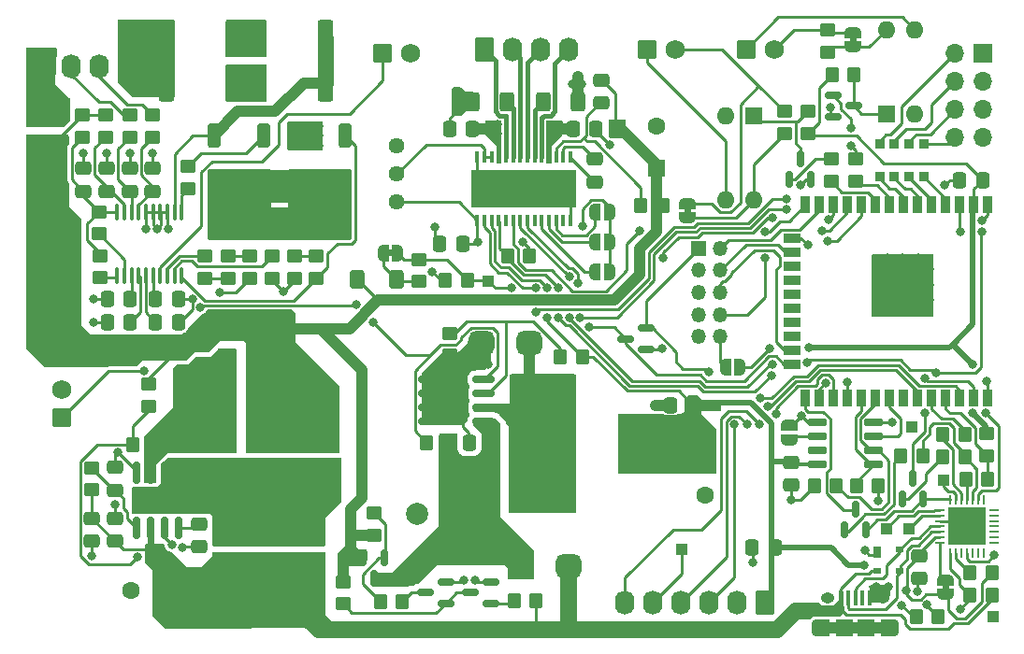
<source format=gbr>
%TF.GenerationSoftware,KiCad,Pcbnew,7.0.2-6a45011f42~172~ubuntu22.04.1*%
%TF.CreationDate,2023-06-02T03:11:57+02:00*%
%TF.ProjectId,MR-SLDR-01,4d522d53-4c44-4522-9d30-312e6b696361,rev?*%
%TF.SameCoordinates,Original*%
%TF.FileFunction,Copper,L1,Top*%
%TF.FilePolarity,Positive*%
%FSLAX46Y46*%
G04 Gerber Fmt 4.6, Leading zero omitted, Abs format (unit mm)*
G04 Created by KiCad (PCBNEW 7.0.2-6a45011f42~172~ubuntu22.04.1) date 2023-06-02 03:11:57*
%MOMM*%
%LPD*%
G01*
G04 APERTURE LIST*
G04 Aperture macros list*
%AMRoundRect*
0 Rectangle with rounded corners*
0 $1 Rounding radius*
0 $2 $3 $4 $5 $6 $7 $8 $9 X,Y pos of 4 corners*
0 Add a 4 corners polygon primitive as box body*
4,1,4,$2,$3,$4,$5,$6,$7,$8,$9,$2,$3,0*
0 Add four circle primitives for the rounded corners*
1,1,$1+$1,$2,$3*
1,1,$1+$1,$4,$5*
1,1,$1+$1,$6,$7*
1,1,$1+$1,$8,$9*
0 Add four rect primitives between the rounded corners*
20,1,$1+$1,$2,$3,$4,$5,0*
20,1,$1+$1,$4,$5,$6,$7,0*
20,1,$1+$1,$6,$7,$8,$9,0*
20,1,$1+$1,$8,$9,$2,$3,0*%
%AMFreePoly0*
4,1,19,0.500000,-0.750000,0.000000,-0.750000,0.000000,-0.744911,-0.071157,-0.744911,-0.207708,-0.704816,-0.327430,-0.627875,-0.420627,-0.520320,-0.479746,-0.390866,-0.500000,-0.250000,-0.500000,0.250000,-0.479746,0.390866,-0.420627,0.520320,-0.327430,0.627875,-0.207708,0.704816,-0.071157,0.744911,0.000000,0.744911,0.000000,0.750000,0.500000,0.750000,0.500000,-0.750000,0.500000,-0.750000,
$1*%
%AMFreePoly1*
4,1,19,0.000000,0.744911,0.071157,0.744911,0.207708,0.704816,0.327430,0.627875,0.420627,0.520320,0.479746,0.390866,0.500000,0.250000,0.500000,-0.250000,0.479746,-0.390866,0.420627,-0.520320,0.327430,-0.627875,0.207708,-0.704816,0.071157,-0.744911,0.000000,-0.744911,0.000000,-0.750000,-0.500000,-0.750000,-0.500000,0.750000,0.000000,0.750000,0.000000,0.744911,0.000000,0.744911,
$1*%
G04 Aperture macros list end*
%TA.AperFunction,SMDPad,CuDef*%
%ADD10RoundRect,0.250000X-0.400000X-0.600000X0.400000X-0.600000X0.400000X0.600000X-0.400000X0.600000X0*%
%TD*%
%TA.AperFunction,ComponentPad*%
%ADD11C,1.440000*%
%TD*%
%TA.AperFunction,SMDPad,CuDef*%
%ADD12RoundRect,0.250000X0.350000X0.450000X-0.350000X0.450000X-0.350000X-0.450000X0.350000X-0.450000X0*%
%TD*%
%TA.AperFunction,SMDPad,CuDef*%
%ADD13RoundRect,0.250000X0.450000X-0.350000X0.450000X0.350000X-0.450000X0.350000X-0.450000X-0.350000X0*%
%TD*%
%TA.AperFunction,SMDPad,CuDef*%
%ADD14RoundRect,0.250000X-0.350000X0.850000X-0.350000X-0.850000X0.350000X-0.850000X0.350000X0.850000X0*%
%TD*%
%TA.AperFunction,SMDPad,CuDef*%
%ADD15RoundRect,0.250000X-1.125000X1.275000X-1.125000X-1.275000X1.125000X-1.275000X1.125000X1.275000X0*%
%TD*%
%TA.AperFunction,SMDPad,CuDef*%
%ADD16RoundRect,0.249997X-2.650003X2.950003X-2.650003X-2.950003X2.650003X-2.950003X2.650003X2.950003X0*%
%TD*%
%TA.AperFunction,SMDPad,CuDef*%
%ADD17RoundRect,0.249999X0.450001X1.425001X-0.450001X1.425001X-0.450001X-1.425001X0.450001X-1.425001X0*%
%TD*%
%TA.AperFunction,SMDPad,CuDef*%
%ADD18R,0.900000X1.500000*%
%TD*%
%TA.AperFunction,SMDPad,CuDef*%
%ADD19R,1.500000X0.900000*%
%TD*%
%TA.AperFunction,SMDPad,CuDef*%
%ADD20R,0.900000X0.900000*%
%TD*%
%TA.AperFunction,SMDPad,CuDef*%
%ADD21RoundRect,0.250000X-0.350000X-0.450000X0.350000X-0.450000X0.350000X0.450000X-0.350000X0.450000X0*%
%TD*%
%TA.AperFunction,SMDPad,CuDef*%
%ADD22RoundRect,0.250000X-0.400000X-0.625000X0.400000X-0.625000X0.400000X0.625000X-0.400000X0.625000X0*%
%TD*%
%TA.AperFunction,SMDPad,CuDef*%
%ADD23FreePoly0,180.000000*%
%TD*%
%TA.AperFunction,SMDPad,CuDef*%
%ADD24FreePoly1,180.000000*%
%TD*%
%TA.AperFunction,SMDPad,CuDef*%
%ADD25RoundRect,0.150000X-0.587500X-0.150000X0.587500X-0.150000X0.587500X0.150000X-0.587500X0.150000X0*%
%TD*%
%TA.AperFunction,SMDPad,CuDef*%
%ADD26RoundRect,0.250000X-0.337500X-0.475000X0.337500X-0.475000X0.337500X0.475000X-0.337500X0.475000X0*%
%TD*%
%TA.AperFunction,SMDPad,CuDef*%
%ADD27RoundRect,0.250000X0.475000X-0.337500X0.475000X0.337500X-0.475000X0.337500X-0.475000X-0.337500X0*%
%TD*%
%TA.AperFunction,SMDPad,CuDef*%
%ADD28RoundRect,0.250000X0.412500X0.650000X-0.412500X0.650000X-0.412500X-0.650000X0.412500X-0.650000X0*%
%TD*%
%TA.AperFunction,ComponentPad*%
%ADD29R,2.000000X2.000000*%
%TD*%
%TA.AperFunction,ComponentPad*%
%ADD30C,2.000000*%
%TD*%
%TA.AperFunction,ComponentPad*%
%ADD31RoundRect,0.250000X0.620000X-0.620000X0.620000X0.620000X-0.620000X0.620000X-0.620000X-0.620000X0*%
%TD*%
%TA.AperFunction,ComponentPad*%
%ADD32C,1.740000*%
%TD*%
%TA.AperFunction,SMDPad,CuDef*%
%ADD33FreePoly0,270.000000*%
%TD*%
%TA.AperFunction,SMDPad,CuDef*%
%ADD34FreePoly1,270.000000*%
%TD*%
%TA.AperFunction,ComponentPad*%
%ADD35R,1.000000X1.000000*%
%TD*%
%TA.AperFunction,ComponentPad*%
%ADD36RoundRect,0.250000X-0.620000X-0.620000X0.620000X-0.620000X0.620000X0.620000X-0.620000X0.620000X0*%
%TD*%
%TA.AperFunction,SMDPad,CuDef*%
%ADD37RoundRect,0.100000X0.100000X-0.637500X0.100000X0.637500X-0.100000X0.637500X-0.100000X-0.637500X0*%
%TD*%
%TA.AperFunction,SMDPad,CuDef*%
%ADD38RoundRect,0.250000X-0.450000X0.350000X-0.450000X-0.350000X0.450000X-0.350000X0.450000X0.350000X0*%
%TD*%
%TA.AperFunction,SMDPad,CuDef*%
%ADD39RoundRect,0.150000X0.725000X0.150000X-0.725000X0.150000X-0.725000X-0.150000X0.725000X-0.150000X0*%
%TD*%
%TA.AperFunction,SMDPad,CuDef*%
%ADD40RoundRect,0.250000X-0.475000X0.337500X-0.475000X-0.337500X0.475000X-0.337500X0.475000X0.337500X0*%
%TD*%
%TA.AperFunction,SMDPad,CuDef*%
%ADD41R,0.400000X1.100000*%
%TD*%
%TA.AperFunction,ComponentPad*%
%ADD42C,0.600000*%
%TD*%
%TA.AperFunction,SMDPad,CuDef*%
%ADD43R,9.500000X3.400000*%
%TD*%
%TA.AperFunction,SMDPad,CuDef*%
%ADD44R,3.600000X1.700000*%
%TD*%
%TA.AperFunction,SMDPad,CuDef*%
%ADD45R,2.900000X5.400000*%
%TD*%
%TA.AperFunction,SMDPad,CuDef*%
%ADD46RoundRect,0.150000X0.150000X-0.587500X0.150000X0.587500X-0.150000X0.587500X-0.150000X-0.587500X0*%
%TD*%
%TA.AperFunction,SMDPad,CuDef*%
%ADD47RoundRect,0.250000X0.337500X0.475000X-0.337500X0.475000X-0.337500X-0.475000X0.337500X-0.475000X0*%
%TD*%
%TA.AperFunction,SMDPad,CuDef*%
%ADD48RoundRect,0.250001X0.624999X-0.462499X0.624999X0.462499X-0.624999X0.462499X-0.624999X-0.462499X0*%
%TD*%
%TA.AperFunction,SMDPad,CuDef*%
%ADD49RoundRect,0.150000X0.587500X0.150000X-0.587500X0.150000X-0.587500X-0.150000X0.587500X-0.150000X0*%
%TD*%
%TA.AperFunction,SMDPad,CuDef*%
%ADD50RoundRect,0.150000X0.150000X-0.825000X0.150000X0.825000X-0.150000X0.825000X-0.150000X-0.825000X0*%
%TD*%
%TA.AperFunction,SMDPad,CuDef*%
%ADD51R,3.000000X2.290000*%
%TD*%
%TA.AperFunction,ComponentPad*%
%ADD52R,1.600000X1.600000*%
%TD*%
%TA.AperFunction,ComponentPad*%
%ADD53C,1.600000*%
%TD*%
%TA.AperFunction,SMDPad,CuDef*%
%ADD54R,0.700000X1.000000*%
%TD*%
%TA.AperFunction,SMDPad,CuDef*%
%ADD55R,0.700000X0.600000*%
%TD*%
%TA.AperFunction,SMDPad,CuDef*%
%ADD56RoundRect,0.150000X-0.150000X0.587500X-0.150000X-0.587500X0.150000X-0.587500X0.150000X0.587500X0*%
%TD*%
%TA.AperFunction,ComponentPad*%
%ADD57RoundRect,0.250000X-0.620000X-0.845000X0.620000X-0.845000X0.620000X0.845000X-0.620000X0.845000X0*%
%TD*%
%TA.AperFunction,ComponentPad*%
%ADD58O,1.740000X2.190000*%
%TD*%
%TA.AperFunction,ComponentPad*%
%ADD59R,1.350000X1.350000*%
%TD*%
%TA.AperFunction,ComponentPad*%
%ADD60O,1.350000X1.350000*%
%TD*%
%TA.AperFunction,ComponentPad*%
%ADD61O,1.600000X1.600000*%
%TD*%
%TA.AperFunction,SMDPad,CuDef*%
%ADD62RoundRect,0.572400X-0.487600X0.572600X-0.487600X-0.572600X0.487600X-0.572600X0.487600X0.572600X0*%
%TD*%
%TA.AperFunction,SMDPad,CuDef*%
%ADD63RoundRect,0.572400X0.572600X0.487600X-0.572600X0.487600X-0.572600X-0.487600X0.572600X-0.487600X0*%
%TD*%
%TA.AperFunction,SMDPad,CuDef*%
%ADD64RoundRect,0.150000X0.825000X0.150000X-0.825000X0.150000X-0.825000X-0.150000X0.825000X-0.150000X0*%
%TD*%
%TA.AperFunction,SMDPad,CuDef*%
%ADD65R,2.290000X3.000000*%
%TD*%
%TA.AperFunction,SMDPad,CuDef*%
%ADD66R,0.400000X1.350000*%
%TD*%
%TA.AperFunction,ComponentPad*%
%ADD67O,0.890000X1.550000*%
%TD*%
%TA.AperFunction,SMDPad,CuDef*%
%ADD68R,1.200000X1.550000*%
%TD*%
%TA.AperFunction,ComponentPad*%
%ADD69O,1.250000X0.950000*%
%TD*%
%TA.AperFunction,SMDPad,CuDef*%
%ADD70R,1.500000X1.550000*%
%TD*%
%TA.AperFunction,SMDPad,CuDef*%
%ADD71FreePoly0,0.000000*%
%TD*%
%TA.AperFunction,SMDPad,CuDef*%
%ADD72FreePoly1,0.000000*%
%TD*%
%TA.AperFunction,SMDPad,CuDef*%
%ADD73RoundRect,0.250000X0.400000X0.625000X-0.400000X0.625000X-0.400000X-0.625000X0.400000X-0.625000X0*%
%TD*%
%TA.AperFunction,ComponentPad*%
%ADD74RoundRect,0.250000X0.620000X0.845000X-0.620000X0.845000X-0.620000X-0.845000X0.620000X-0.845000X0*%
%TD*%
%TA.AperFunction,ComponentPad*%
%ADD75R,1.700000X1.700000*%
%TD*%
%TA.AperFunction,ComponentPad*%
%ADD76O,1.700000X1.700000*%
%TD*%
%TA.AperFunction,SMDPad,CuDef*%
%ADD77RoundRect,0.572400X-0.572600X-0.487600X0.572600X-0.487600X0.572600X0.487600X-0.572600X0.487600X0*%
%TD*%
%TA.AperFunction,SMDPad,CuDef*%
%ADD78RoundRect,0.062500X-0.337500X-0.062500X0.337500X-0.062500X0.337500X0.062500X-0.337500X0.062500X0*%
%TD*%
%TA.AperFunction,SMDPad,CuDef*%
%ADD79RoundRect,0.062500X-0.062500X-0.337500X0.062500X-0.337500X0.062500X0.337500X-0.062500X0.337500X0*%
%TD*%
%TA.AperFunction,SMDPad,CuDef*%
%ADD80R,3.350000X3.350000*%
%TD*%
%TA.AperFunction,ViaPad*%
%ADD81C,0.800000*%
%TD*%
%TA.AperFunction,Conductor*%
%ADD82C,0.250000*%
%TD*%
%TA.AperFunction,Conductor*%
%ADD83C,1.000000*%
%TD*%
%TA.AperFunction,Conductor*%
%ADD84C,1.500000*%
%TD*%
%TA.AperFunction,Conductor*%
%ADD85C,0.400000*%
%TD*%
%TA.AperFunction,Conductor*%
%ADD86C,0.600000*%
%TD*%
%TA.AperFunction,Conductor*%
%ADD87C,0.500000*%
%TD*%
%TA.AperFunction,Conductor*%
%ADD88C,0.300000*%
%TD*%
%TA.AperFunction,Conductor*%
%ADD89C,3.000000*%
%TD*%
%TA.AperFunction,Conductor*%
%ADD90C,1.400000*%
%TD*%
%TA.AperFunction,Conductor*%
%ADD91C,2.000000*%
%TD*%
G04 APERTURE END LIST*
%TA.AperFunction,EtchedComponent*%
%TO.C,JP8*%
G36*
X157200000Y-99250000D02*
G01*
X156600000Y-99250000D01*
X156600000Y-98750000D01*
X157200000Y-98750000D01*
X157200000Y-99250000D01*
G37*
%TD.AperFunction*%
%TA.AperFunction,EtchedComponent*%
%TO.C,JP1*%
G36*
X180600000Y-133350000D02*
G01*
X180000000Y-133350000D01*
X180000000Y-132850000D01*
X180600000Y-132850000D01*
X180600000Y-133350000D01*
G37*
%TD.AperFunction*%
%TA.AperFunction,EtchedComponent*%
%TO.C,JP7*%
G36*
X172200000Y-83750000D02*
G01*
X171600000Y-83750000D01*
X171600000Y-83250000D01*
X172200000Y-83250000D01*
X172200000Y-83750000D01*
G37*
%TD.AperFunction*%
%TA.AperFunction,EtchedComponent*%
%TO.C,JP9*%
G36*
X130250000Y-103100000D02*
G01*
X129750000Y-103100000D01*
X129750000Y-102500000D01*
X130250000Y-102500000D01*
X130250000Y-103100000D01*
G37*
%TD.AperFunction*%
%TD*%
D10*
%TO.P,D5,1,K*%
%TO.N,+12V*%
X127050000Y-105200000D03*
%TO.P,D5,2,A*%
%TO.N,Net-(D5-A)*%
X130550000Y-105200000D03*
%TD*%
D11*
%TO.P,RV1,1,1*%
%TO.N,M.V3P3OUT*%
X130600000Y-98180000D03*
%TO.P,RV1,2,2*%
%TO.N,Net-(U6-AVRef)*%
X130600000Y-95640000D03*
%TO.P,RV1,3,3*%
%TO.N,GND*%
X130600000Y-93100000D03*
%TD*%
D12*
%TO.P,R20,1*%
%TO.N,+3.3V*%
X147400000Y-112200000D03*
%TO.P,R20,2*%
%TO.N,Net-(U2-FB)*%
X145400000Y-112200000D03*
%TD*%
D13*
%TO.P,R19,1*%
%TO.N,Net-(U1-VC3)*%
X108500000Y-92300000D03*
%TO.P,R19,2*%
%TO.N,Net-(J2-Pin_3)*%
X108500000Y-90300000D03*
%TD*%
D14*
%TO.P,Q5,1,G*%
%TO.N,Net-(Q5-G)*%
X118580000Y-92160000D03*
D15*
%TO.P,Q5,2,D*%
%TO.N,Net-(Q4-D)*%
X117825000Y-96785000D03*
X114775000Y-96785000D03*
D16*
X116300000Y-98460000D03*
D15*
X117825000Y-100135000D03*
X114775000Y-100135000D03*
D14*
%TO.P,Q5,3,S*%
%TO.N,Net-(Q5-S)*%
X114020000Y-92160000D03*
%TD*%
D12*
%TO.P,R30,1*%
%TO.N,UART0.RX*%
X182000000Y-119300000D03*
%TO.P,R30,2*%
%TO.N,Net-(U5-TXD)*%
X180000000Y-119300000D03*
%TD*%
D17*
%TO.P,R17,1*%
%TO.N,Net-(R17-Pad1)*%
X115850000Y-87400000D03*
%TO.P,R17,2*%
%TO.N,GND1*%
X109750000Y-87400000D03*
%TD*%
D18*
%TO.P,U4,1,GND*%
%TO.N,GND*%
X184110000Y-98450000D03*
%TO.P,U4,2,3V3*%
%TO.N,+3.3V*%
X182840000Y-98450000D03*
%TO.P,U4,3,EN/CHIP_PU*%
%TO.N,ESP32.EN*%
X181570000Y-98450000D03*
%TO.P,U4,4,SENSOR_VP/GPIO36/ADC1_CH0*%
%TO.N,/CPU/LED4.EN*%
X180300000Y-98450000D03*
%TO.P,U4,5,SENSOR_VN/GPIO39/ADC1_CH3*%
%TO.N,/CPU/LED3.EN*%
X179030000Y-98450000D03*
%TO.P,U4,6,GPIO34/ADC1_CH6*%
%TO.N,/CPU/LED2.EN*%
X177760000Y-98450000D03*
%TO.P,U4,7,GPIO35/ADC1_CH7*%
%TO.N,/CPU/LED1.EN*%
X176490000Y-98450000D03*
%TO.P,U4,8,32K_XP/GPIO32/ADC1_CH4*%
%TO.N,/CPU/!CC1.EN*%
X175220000Y-98450000D03*
%TO.P,U4,9,32K_XN/GPIO33/ADC1_CH5*%
%TO.N,/CPU/!CC2.EN*%
X173950000Y-98450000D03*
%TO.P,U4,10,DAC_1/ADC2_CH8/GPIO25*%
%TO.N,/CPU/M.DIR*%
X172680000Y-98450000D03*
%TO.P,U4,11,DAC_2/ADC2_CH9/GPIO26*%
%TO.N,/CPU/M.STEP*%
X171410000Y-98450000D03*
%TO.P,U4,12,ADC2_CH7/GPIO27*%
%TO.N,/CPU/!M.RESET*%
X170140000Y-98450000D03*
%TO.P,U4,13,MTMS/GPIO14/ADC2_CH6*%
%TO.N,JTAG.TMS*%
X168870000Y-98450000D03*
%TO.P,U4,14,MTDI/GPIO12/ADC2_CH5*%
%TO.N,JTAG.TDI*%
X167600000Y-98450000D03*
D19*
%TO.P,U4,15,GND*%
%TO.N,GND*%
X166350000Y-101480000D03*
%TO.P,U4,16,MTCK/GPIO13/ADC2_CH4*%
%TO.N,JTAG.TCK*%
X166350000Y-102750000D03*
%TO.P,U4,17*%
%TO.N,N/C*%
X166350000Y-104020000D03*
%TO.P,U4,18*%
X166350000Y-105290000D03*
%TO.P,U4,19*%
X166350000Y-106560000D03*
%TO.P,U4,20*%
X166350000Y-107830000D03*
%TO.P,U4,21*%
X166350000Y-109100000D03*
%TO.P,U4,22*%
X166350000Y-110370000D03*
%TO.P,U4,23,MTDO/GPIO15/ADC2_CH3*%
%TO.N,JTAG.TDO*%
X166350000Y-111640000D03*
%TO.P,U4,24,ADC2_CH2/GPIO2*%
%TO.N,/CPU/Batt.meas*%
X166350000Y-112910000D03*
D18*
%TO.P,U4,25,GPIO0/BOOT/ADC2_CH1*%
%TO.N,ESP32.BOOT*%
X167600000Y-115950000D03*
%TO.P,U4,26,ADC2_CH0/GPIO4*%
%TO.N,/CPU/!M.EN*%
X168870000Y-115950000D03*
%TO.P,U4,27,GPIO16*%
%TO.N,/CPU/DISTANCE_METER.EN*%
X170140000Y-115950000D03*
%TO.P,U4,28,GPIO17*%
%TO.N,/CPU/!M.FAULT*%
X171410000Y-115950000D03*
%TO.P,U4,29,GPIO5*%
%TO.N,/CPU/VSPI.CS*%
X172680000Y-115950000D03*
%TO.P,U4,30,GPIO18*%
%TO.N,/CPU/VSPI.SCK*%
X173950000Y-115950000D03*
%TO.P,U4,31,GPIO19*%
%TO.N,/CPU/VSPI.SDI*%
X175220000Y-115950000D03*
%TO.P,U4,32*%
%TO.N,N/C*%
X176490000Y-115950000D03*
%TO.P,U4,33,GPIO21*%
%TO.N,/CPU/I2C0.SDA*%
X177760000Y-115950000D03*
%TO.P,U4,34,U0RXD/GPIO3*%
%TO.N,UART0.RX*%
X179030000Y-115950000D03*
%TO.P,U4,35,U0TXD/GPIO1*%
%TO.N,UART0.TX*%
X180300000Y-115950000D03*
%TO.P,U4,36,GPIO22*%
%TO.N,/CPU/I2C0.SCL*%
X181570000Y-115950000D03*
%TO.P,U4,37,GPIO23*%
%TO.N,/CPU/VSPI.SDO*%
X182840000Y-115950000D03*
%TO.P,U4,38,GND*%
%TO.N,GND*%
X184110000Y-115950000D03*
D20*
%TO.P,U4,39,GND_THERMAL*%
X177790000Y-104300000D03*
X176390000Y-104300000D03*
X174990000Y-104300000D03*
X177790000Y-105700000D03*
X176390000Y-105700000D03*
X174990000Y-105700000D03*
X177790000Y-107100000D03*
X176390000Y-107100000D03*
X174990000Y-107100000D03*
%TD*%
D21*
%TO.P,R38,1*%
%TO.N,/CPU/!M.FAULT*%
X140600000Y-103100000D03*
%TO.P,R38,2*%
%TO.N,M.V3P3OUT*%
X142600000Y-103100000D03*
%TD*%
D22*
%TO.P,R36,1*%
%TO.N,Net-(U6-ISENA)*%
X143850000Y-89100000D03*
%TO.P,R36,2*%
%TO.N,GND*%
X146950000Y-89100000D03*
%TD*%
D13*
%TO.P,R6,1*%
%TO.N,GND*%
X119300000Y-105100000D03*
%TO.P,R6,2*%
%TO.N,Net-(U1-VM)*%
X119300000Y-103100000D03*
%TD*%
D23*
%TO.P,JP4,1,A*%
%TO.N,M.V3P3OUT*%
X149850000Y-101800000D03*
D24*
%TO.P,JP4,2,B*%
%TO.N,Net-(JP4-B)*%
X148550000Y-101800000D03*
%TD*%
D25*
%TO.P,Q8,1,B*%
%TO.N,Net-(Q8-B)*%
X170062500Y-88550000D03*
%TO.P,Q8,2,E*%
%TO.N,GND*%
X170062500Y-90450000D03*
%TO.P,Q8,3,C*%
%TO.N,Net-(Q8-C)*%
X171937500Y-89500000D03*
%TD*%
D26*
%TO.P,C25,1*%
%TO.N,GND*%
X135362500Y-91600000D03*
%TO.P,C25,2*%
%TO.N,+12V*%
X137437500Y-91600000D03*
%TD*%
D13*
%TO.P,R14,1*%
%TO.N,Net-(U1-VCC)*%
X102100000Y-92300000D03*
%TO.P,R14,2*%
%TO.N,+12V*%
X102100000Y-90300000D03*
%TD*%
D27*
%TO.P,C16,1*%
%TO.N,Net-(U3-EN)*%
X105100000Y-124337500D03*
%TO.P,C16,2*%
%TO.N,GND*%
X105100000Y-122262500D03*
%TD*%
D13*
%TO.P,R41,1*%
%TO.N,/CPU/!CC1.EN*%
X172100000Y-96300000D03*
%TO.P,R41,2*%
%TO.N,Net-(Q8-B)*%
X172100000Y-94300000D03*
%TD*%
D28*
%TO.P,C20,1*%
%TO.N,+12V*%
X118062500Y-112700000D03*
%TO.P,C20,2*%
%TO.N,GND*%
X114937500Y-112700000D03*
%TD*%
D29*
%TO.P,C19,1*%
%TO.N,+12V*%
X119000000Y-119100000D03*
D30*
%TO.P,C19,2*%
%TO.N,GND*%
X114000000Y-119100000D03*
%TD*%
D31*
%TO.P,J10,1,Pin_1*%
%TO.N,Net-(J10-Pin_1)*%
X100250000Y-117770000D03*
D32*
%TO.P,J10,2,Pin_2*%
%TO.N,GND*%
X100250000Y-115230000D03*
%TD*%
D33*
%TO.P,JP6,1,A*%
%TO.N,GND*%
X166100000Y-118450000D03*
D34*
%TO.P,JP6,2,B*%
%TO.N,Net-(JP6-B)*%
X166100000Y-119750000D03*
%TD*%
D35*
%TO.P,TP7,1,1*%
%TO.N,Net-(U5-~{SUSPEND})*%
X184600000Y-135800000D03*
%TD*%
D12*
%TO.P,R35,1*%
%TO.N,+12V*%
X154700000Y-98500000D03*
%TO.P,R35,2*%
%TO.N,Net-(U6-VCP)*%
X152700000Y-98500000D03*
%TD*%
D36*
%TO.P,J1,1,Pin_1*%
%TO.N,BAT_NTC*%
X129330000Y-84750000D03*
D32*
%TO.P,J1,2,Pin_2*%
%TO.N,GND1*%
X131870000Y-84750000D03*
%TD*%
D37*
%TO.P,U1,1,DOIN*%
%TO.N,Net-(U1-DOIN)*%
X105275000Y-104862500D03*
%TO.P,U1,2,COIN*%
%TO.N,Net-(U1-COIN)*%
X105925000Y-104862500D03*
%TO.P,U1,3,TOV*%
%TO.N,Net-(U1-TOV)*%
X106575000Y-104862500D03*
%TO.P,U1,4,TOVD*%
%TO.N,Net-(U1-TOVD)*%
X107225000Y-104862500D03*
%TO.P,U1,5,TOC1*%
%TO.N,Net-(U1-TOC1)*%
X107875000Y-104862500D03*
%TO.P,U1,6,TOC2*%
%TO.N,Net-(U1-TOC2)*%
X108525000Y-104862500D03*
%TO.P,U1,7,NTC*%
%TO.N,BAT_NTC*%
X109175000Y-104862500D03*
%TO.P,U1,8,TRH*%
%TO.N,Net-(U1-TRH)*%
X109825000Y-104862500D03*
%TO.P,U1,9,VM*%
%TO.N,Net-(U1-VM)*%
X110475000Y-104862500D03*
%TO.P,U1,10,CO*%
%TO.N,Net-(Q4-G)*%
X111125000Y-104862500D03*
%TO.P,U1,11,DO*%
%TO.N,Net-(U1-DO)*%
X111125000Y-99137500D03*
%TO.P,U1,12,VIN*%
%TO.N,Net-(Q5-S)*%
X110475000Y-99137500D03*
%TO.P,U1,13,SET*%
%TO.N,GND1*%
X109825000Y-99137500D03*
%TO.P,U1,14,GND*%
X109175000Y-99137500D03*
%TO.P,U1,15,VC1*%
X108525000Y-99137500D03*
%TO.P,U1,16,VC2*%
X107875000Y-99137500D03*
%TO.P,U1,17,VC3*%
%TO.N,Net-(U1-VC3)*%
X107225000Y-99137500D03*
%TO.P,U1,18,VC4*%
%TO.N,Net-(U1-VC4)*%
X106575000Y-99137500D03*
%TO.P,U1,19,VC5*%
%TO.N,Net-(U1-VC5)*%
X105925000Y-99137500D03*
%TO.P,U1,20,VCC*%
%TO.N,Net-(U1-VCC)*%
X105275000Y-99137500D03*
%TD*%
D26*
%TO.P,C2,1*%
%TO.N,GND1*%
X104362500Y-107000000D03*
%TO.P,C2,2*%
%TO.N,Net-(U1-TOV)*%
X106437500Y-107000000D03*
%TD*%
D38*
%TO.P,R33,1*%
%TO.N,+3.3V*%
X184000000Y-119200000D03*
%TO.P,R33,2*%
%TO.N,UART0.TX*%
X184000000Y-121200000D03*
%TD*%
D33*
%TO.P,JP8,1,A*%
%TO.N,Net-(J9-Pin_2)*%
X156900000Y-98350000D03*
D34*
%TO.P,JP8,2,B*%
%TO.N,Net-(JP8-B)*%
X156900000Y-99650000D03*
%TD*%
D39*
%TO.P,U7,1,CS*%
%TO.N,/CPU/VSPI.CS*%
X173775000Y-122005000D03*
%TO.P,U7,2,SCLK*%
%TO.N,/CPU/VSPI.SCK*%
X173775000Y-120735000D03*
%TO.P,U7,3,DI*%
%TO.N,/CPU/VSPI.SDI*%
X173775000Y-119465000D03*
%TO.P,U7,4,DO*%
%TO.N,/CPU/VSPI.SDO*%
X173775000Y-118195000D03*
%TO.P,U7,5,GND*%
%TO.N,GND*%
X168625000Y-118195000D03*
%TO.P,U7,6,ORG*%
%TO.N,Net-(JP6-B)*%
X168625000Y-119465000D03*
%TO.P,U7,7,NC*%
%TO.N,unconnected-(U7-NC-Pad7)*%
X168625000Y-120735000D03*
%TO.P,U7,8,VCC*%
%TO.N,+3.3V*%
X168625000Y-122005000D03*
%TD*%
D40*
%TO.P,C22,1*%
%TO.N,+3.3V*%
X177900000Y-130262500D03*
%TO.P,C22,2*%
%TO.N,GND*%
X177900000Y-132337500D03*
%TD*%
D35*
%TO.P,TP1,1,1*%
%TO.N,+3.3V*%
X159400000Y-116600000D03*
%TD*%
%TO.P,TP8,1,1*%
%TO.N,Net-(J6-Pin_5)*%
X156400000Y-129700000D03*
%TD*%
D21*
%TO.P,R29,1*%
%TO.N,Net-(U5-~{RST})*%
X182500000Y-131800000D03*
%TO.P,R29,2*%
%TO.N,+3.3V*%
X184500000Y-131800000D03*
%TD*%
D27*
%TO.P,C15,1*%
%TO.N,+5V*%
X105100000Y-128937500D03*
%TO.P,C15,2*%
%TO.N,GND*%
X105100000Y-126862500D03*
%TD*%
D14*
%TO.P,Q4,1,G*%
%TO.N,Net-(Q4-G)*%
X125880000Y-92160000D03*
D15*
%TO.P,Q4,2,D*%
%TO.N,Net-(Q4-D)*%
X125125000Y-96785000D03*
X122075000Y-96785000D03*
D16*
X123600000Y-98460000D03*
D15*
X125125000Y-100135000D03*
X122075000Y-100135000D03*
D14*
%TO.P,Q4,3,S*%
%TO.N,GND*%
X121320000Y-92160000D03*
%TD*%
D13*
%TO.P,R9,1*%
%TO.N,Net-(U1-COIN)*%
X103600000Y-101100000D03*
%TO.P,R9,2*%
%TO.N,Net-(U1-VCC)*%
X103600000Y-99100000D03*
%TD*%
%TO.P,R24,1*%
%TO.N,+5V*%
X103000000Y-124300000D03*
%TO.P,R24,2*%
%TO.N,Net-(U3-EN)*%
X103000000Y-122300000D03*
%TD*%
D26*
%TO.P,C3,1*%
%TO.N,GND1*%
X104362500Y-109100000D03*
%TO.P,C3,2*%
%TO.N,Net-(U1-TOVD)*%
X106437500Y-109100000D03*
%TD*%
D21*
%TO.P,R1,1*%
%TO.N,Net-(Q1-B)*%
X141200000Y-134300000D03*
%TO.P,R1,2*%
%TO.N,+5V*%
X143200000Y-134300000D03*
%TD*%
D41*
%TO.P,U6,1,CP1*%
%TO.N,Net-(U6-CP1)*%
X146325000Y-94150000D03*
%TO.P,U6,2,CP2*%
%TO.N,Net-(U6-CP2)*%
X145675000Y-94150000D03*
%TO.P,U6,3,VCP*%
%TO.N,Net-(U6-VCP)*%
X145025000Y-94150000D03*
%TO.P,U6,4,VMA*%
%TO.N,+12V*%
X144375000Y-94150000D03*
%TO.P,U6,5,AOUT1*%
%TO.N,M.2A*%
X143725000Y-94150000D03*
%TO.P,U6,6,ISENA*%
%TO.N,Net-(U6-ISENA)*%
X143075000Y-94150000D03*
%TO.P,U6,7,AOUT2*%
%TO.N,M.1A*%
X142425000Y-94150000D03*
%TO.P,U6,8,BOUT2*%
%TO.N,M.2B*%
X141775000Y-94150000D03*
%TO.P,U6,9,ISENB*%
%TO.N,Net-(U6-ISENB)*%
X141125000Y-94150000D03*
%TO.P,U6,10,BOUT1*%
%TO.N,M.1B*%
X140475000Y-94150000D03*
%TO.P,U6,11,VMB*%
%TO.N,+12V*%
X139825000Y-94150000D03*
%TO.P,U6,12,AVRef*%
%TO.N,Net-(U6-AVRef)*%
X139175000Y-94150000D03*
%TO.P,U6,13,BVRef*%
X138525000Y-94150000D03*
%TO.P,U6,14,GND*%
%TO.N,GND*%
X137875000Y-94150000D03*
%TO.P,U6,15,V3P3OUT*%
%TO.N,M.V3P3OUT*%
X137875000Y-99850000D03*
%TO.P,U6,16,nRESET*%
%TO.N,/CPU/!M.RESET*%
X138525000Y-99850000D03*
%TO.P,U6,17,nSLEEP*%
%TO.N,+3.3V*%
X139175000Y-99850000D03*
%TO.P,U6,18,nFAULT*%
%TO.N,/CPU/!M.FAULT*%
X139825000Y-99850000D03*
%TO.P,U6,19,DECAY*%
%TO.N,unconnected-(U6-DECAY-Pad19)*%
X140475000Y-99850000D03*
%TO.P,U6,20,DIR*%
%TO.N,/CPU/M.DIR*%
X141125000Y-99850000D03*
%TO.P,U6,21,nEN*%
%TO.N,/CPU/!M.EN*%
X141775000Y-99850000D03*
%TO.P,U6,22,STEP*%
%TO.N,/CPU/M.STEP*%
X142425000Y-99850000D03*
%TO.P,U6,23,NC*%
%TO.N,unconnected-(U6-NC-Pad23)*%
X143075000Y-99850000D03*
%TO.P,U6,24,MODE0*%
%TO.N,Net-(JP3-B)*%
X143725000Y-99850000D03*
%TO.P,U6,25,MODE1*%
%TO.N,Net-(JP4-B)*%
X144375000Y-99850000D03*
%TO.P,U6,26,MODE2*%
%TO.N,Net-(JP5-B)*%
X145025000Y-99850000D03*
%TO.P,U6,27,nHOME*%
%TO.N,unconnected-(U6-nHOME-Pad27)*%
X145675000Y-99850000D03*
%TO.P,U6,28,GND*%
%TO.N,GND*%
X146325000Y-99850000D03*
D42*
%TO.P,U6,29,GND(pad)*%
X146550000Y-95700000D03*
X144770000Y-95700000D03*
X142990000Y-95700000D03*
X141210000Y-95700000D03*
X139430000Y-95700000D03*
X137650000Y-95700000D03*
X146550000Y-97000000D03*
X144770000Y-97000000D03*
X142990000Y-97000000D03*
D43*
X142100000Y-97000000D03*
D42*
X141210000Y-97000000D03*
X139430000Y-97000000D03*
X137650000Y-97000000D03*
X146550000Y-98300000D03*
X144770000Y-98300000D03*
X142990000Y-98300000D03*
X141210000Y-98300000D03*
X139430000Y-98300000D03*
X137650000Y-98300000D03*
%TD*%
D44*
%TO.P,L2,1,1*%
%TO.N,+5V*%
X119000000Y-134500000D03*
%TO.P,L2,2,2*%
%TO.N,Net-(D3-PadA)*%
X119000000Y-125500000D03*
%TD*%
D33*
%TO.P,JP1,1,A*%
%TO.N,Net-(JP1-A)*%
X180300000Y-132450000D03*
D34*
%TO.P,JP1,2,B*%
%TO.N,+3.3V*%
X180300000Y-133750000D03*
%TD*%
D21*
%TO.P,R28,1*%
%TO.N,GND*%
X177600000Y-135800000D03*
%TO.P,R28,2*%
%TO.N,Net-(U5-VBUS)*%
X179600000Y-135800000D03*
%TD*%
D13*
%TO.P,R2,1*%
%TO.N,GND1*%
X117300000Y-105100000D03*
%TO.P,R2,2*%
%TO.N,Net-(R2-Pad2)*%
X117300000Y-103100000D03*
%TD*%
D12*
%TO.P,R47,1*%
%TO.N,Net-(Q2-C)*%
X131100000Y-134400000D03*
%TO.P,R47,2*%
%TO.N,Net-(Q3-G)*%
X129100000Y-134400000D03*
%TD*%
D45*
%TO.P,L1,1,1*%
%TO.N,Net-(U2-SW)*%
X142150000Y-120100000D03*
%TO.P,L1,2,2*%
%TO.N,+3.3V*%
X152050000Y-120100000D03*
%TD*%
D46*
%TO.P,Q6,1,B*%
%TO.N,Net-(Q6-B)*%
X171150000Y-127875000D03*
%TO.P,Q6,2,E*%
%TO.N,Net-(Q6-E)*%
X173050000Y-127875000D03*
%TO.P,Q6,3,C*%
%TO.N,ESP32.BOOT*%
X172100000Y-126000000D03*
%TD*%
D13*
%TO.P,R21,1*%
%TO.N,GND*%
X135400000Y-112100000D03*
%TO.P,R21,2*%
%TO.N,Net-(U2-FB)*%
X135400000Y-110100000D03*
%TD*%
%TO.P,R4,1*%
%TO.N,GND*%
X121300000Y-105100000D03*
%TO.P,R4,2*%
%TO.N,Net-(R4-Pad2)*%
X121300000Y-103100000D03*
%TD*%
D20*
%TO.P,RN1,1,R1.1*%
%TO.N,Net-(J7-Pin_8)*%
X178300000Y-92900000D03*
%TO.P,RN1,2,R2.1*%
%TO.N,Net-(J7-Pin_6)*%
X176960000Y-92900000D03*
%TO.P,RN1,3,R3.1*%
%TO.N,Net-(J7-Pin_4)*%
X175640000Y-92900000D03*
%TO.P,RN1,4,R4.1*%
%TO.N,Net-(J7-Pin_2)*%
X174300000Y-92900000D03*
%TO.P,RN1,5,R4.2*%
%TO.N,/CPU/LED1.EN*%
X174300000Y-95900000D03*
%TO.P,RN1,6,R3.2*%
%TO.N,/CPU/LED2.EN*%
X175640000Y-95900000D03*
%TO.P,RN1,7,R2.2*%
%TO.N,/CPU/LED3.EN*%
X176960000Y-95900000D03*
%TO.P,RN1,8,R1.2*%
%TO.N,/CPU/LED4.EN*%
X178300000Y-95900000D03*
%TD*%
D38*
%TO.P,R7,1*%
%TO.N,Net-(Q3-G)*%
X128500000Y-126400000D03*
%TO.P,R7,2*%
%TO.N,+12V*%
X128500000Y-128400000D03*
%TD*%
D27*
%TO.P,C9,1*%
%TO.N,Net-(U1-VC5)*%
X104300000Y-97237500D03*
%TO.P,C9,2*%
%TO.N,GND1*%
X104300000Y-95162500D03*
%TD*%
D12*
%TO.P,R40,1*%
%TO.N,/CPU/VSPI.SCK*%
X170400000Y-123900000D03*
%TO.P,R40,2*%
%TO.N,GND*%
X168400000Y-123900000D03*
%TD*%
D26*
%TO.P,C21,1*%
%TO.N,GND*%
X181562500Y-96200000D03*
%TO.P,C21,2*%
%TO.N,+3.3V*%
X183637500Y-96200000D03*
%TD*%
D47*
%TO.P,C13,1*%
%TO.N,+3.3V*%
X157437500Y-116600000D03*
%TO.P,C13,2*%
%TO.N,GND*%
X155362500Y-116600000D03*
%TD*%
D48*
%TO.P,F1,1*%
%TO.N,+12V*%
X99800000Y-93387500D03*
%TO.P,F1,2*%
%TO.N,Net-(J2-Pin_1)*%
X99800000Y-90412500D03*
%TD*%
D21*
%TO.P,R27,1*%
%TO.N,Net-(U5-VBUS)*%
X182500000Y-133800000D03*
%TO.P,R27,2*%
%TO.N,+5V*%
X184500000Y-133800000D03*
%TD*%
D36*
%TO.P,J9,1,Pin_1*%
%TO.N,Net-(J9-Pin_1)*%
X153230000Y-84350000D03*
D32*
%TO.P,J9,2,Pin_2*%
%TO.N,Net-(J9-Pin_2)*%
X155770000Y-84350000D03*
%TD*%
D21*
%TO.P,R32,1*%
%TO.N,Net-(Q6-B)*%
X176200000Y-121200000D03*
%TO.P,R32,2*%
%TO.N,Net-(U5-~{RTS})*%
X178200000Y-121200000D03*
%TD*%
D49*
%TO.P,Q2,1,B*%
%TO.N,Net-(Q1-C)*%
X135037500Y-134550000D03*
%TO.P,Q2,2,E*%
%TO.N,GND*%
X135037500Y-132650000D03*
%TO.P,Q2,3,C*%
%TO.N,Net-(Q2-C)*%
X133162500Y-133600000D03*
%TD*%
D50*
%TO.P,U3,1,EN*%
%TO.N,Net-(U3-EN)*%
X106995000Y-127700000D03*
%TO.P,U3,2,Vcc*%
%TO.N,+5V*%
X108265000Y-127700000D03*
%TO.P,U3,3,FB*%
%TO.N,Net-(U3-FB)*%
X109535000Y-127700000D03*
%TO.P,U3,4,SS*%
%TO.N,Net-(U3-SS)*%
X110805000Y-127700000D03*
%TO.P,U3,5,SW*%
%TO.N,Net-(D3-PadA)*%
X110805000Y-122750000D03*
%TO.P,U3,6,SW*%
X109535000Y-122750000D03*
%TO.P,U3,7,PGND*%
%TO.N,GND*%
X108265000Y-122750000D03*
%TO.P,U3,8,SGND*%
X106995000Y-122750000D03*
D51*
%TO.P,U3,9,Pad*%
%TO.N,Net-(D3-PadA)*%
X108900000Y-125225000D03*
%TD*%
D21*
%TO.P,R48,1*%
%TO.N,GND*%
X135000000Y-105300000D03*
%TO.P,R48,2*%
%TO.N,/CPU/Batt.meas*%
X137000000Y-105300000D03*
%TD*%
D49*
%TO.P,Q1,1,B*%
%TO.N,Net-(Q1-B)*%
X139137500Y-134550000D03*
%TO.P,Q1,2,E*%
%TO.N,GND*%
X139137500Y-132650000D03*
%TO.P,Q1,3,C*%
%TO.N,Net-(Q1-C)*%
X137262500Y-133600000D03*
%TD*%
D13*
%TO.P,R10,1*%
%TO.N,Net-(R10-Pad1)*%
X113200000Y-105100000D03*
%TO.P,R10,2*%
%TO.N,Net-(U1-TRH)*%
X113200000Y-103100000D03*
%TD*%
%TO.P,R15,1*%
%TO.N,Net-(U1-VC5)*%
X104250001Y-92300000D03*
%TO.P,R15,2*%
%TO.N,+12V*%
X104250001Y-90300000D03*
%TD*%
D52*
%TO.P,C11,1*%
%TO.N,+3.3V*%
X158500000Y-120997349D03*
D53*
%TO.P,C11,2*%
%TO.N,GND*%
X158500000Y-124797349D03*
%TD*%
D54*
%TO.P,D4,1,A*%
%TO.N,GND*%
X174100000Y-129900000D03*
D55*
%TO.P,D4,2,K*%
%TO.N,+5V*%
X174100000Y-131600000D03*
%TO.P,D4,3,K*%
%TO.N,/CPU/USB_D-*%
X176100000Y-131600000D03*
%TO.P,D4,4,K*%
%TO.N,/CPU/USB_D+*%
X176100000Y-129700000D03*
%TD*%
D33*
%TO.P,JP7,1,A*%
%TO.N,Net-(J8-Pin_2)*%
X171900000Y-82850000D03*
D34*
%TO.P,JP7,2,B*%
%TO.N,Net-(JP7-B)*%
X171900000Y-84150000D03*
%TD*%
D12*
%TO.P,R39,1*%
%TO.N,GND*%
X174200000Y-123900000D03*
%TO.P,R39,2*%
%TO.N,/CPU/VSPI.CS*%
X172200000Y-123900000D03*
%TD*%
D56*
%TO.P,Q3,1,G*%
%TO.N,Net-(Q3-G)*%
X129450000Y-130462500D03*
%TO.P,Q3,2,S*%
%TO.N,+12V*%
X127550000Y-130462500D03*
%TO.P,Q3,3,D*%
%TO.N,Net-(Q3-D)*%
X128500000Y-132337500D03*
%TD*%
D57*
%TO.P,J5,1,Pin_1*%
%TO.N,M.1B*%
X138490000Y-84420000D03*
D58*
%TO.P,J5,2,Pin_2*%
%TO.N,M.2B*%
X141030000Y-84420000D03*
%TO.P,J5,3,Pin_3*%
%TO.N,M.1A*%
X143570000Y-84420000D03*
%TO.P,J5,4,Pin_4*%
%TO.N,M.2A*%
X146110000Y-84420000D03*
%TD*%
D47*
%TO.P,C4,1*%
%TO.N,GND1*%
X110837500Y-109100000D03*
%TO.P,C4,2*%
%TO.N,Net-(U1-TOC1)*%
X108762500Y-109100000D03*
%TD*%
D38*
%TO.P,R8,1*%
%TO.N,Net-(R4-Pad2)*%
X123300000Y-103100000D03*
%TO.P,R8,2*%
%TO.N,Net-(Q4-G)*%
X123300000Y-105100000D03*
%TD*%
D12*
%TO.P,R12,1*%
%TO.N,Net-(Q3-D)*%
X135300000Y-120000000D03*
%TO.P,R12,2*%
%TO.N,Net-(J10-Pin_1)*%
X133300000Y-120000000D03*
%TD*%
D13*
%TO.P,R42,1*%
%TO.N,/CPU/!CC2.EN*%
X169900000Y-96300000D03*
%TO.P,R42,2*%
%TO.N,Net-(Q9-B)*%
X169900000Y-94300000D03*
%TD*%
D49*
%TO.P,D6,1,A*%
%TO.N,GND*%
X153175000Y-111550000D03*
%TO.P,D6,2,K*%
%TO.N,+3.3V*%
X153175000Y-109650000D03*
%TO.P,D6,3,COM*%
%TO.N,/CPU/Batt.meas*%
X151300000Y-110600000D03*
%TD*%
D26*
%TO.P,C23,1*%
%TO.N,GND*%
X134462500Y-102000000D03*
%TO.P,C23,2*%
%TO.N,M.V3P3OUT*%
X136537500Y-102000000D03*
%TD*%
D59*
%TO.P,J4,1,Pin_1*%
%TO.N,+3.3V*%
X157900000Y-102400000D03*
D60*
%TO.P,J4,2,Pin_2*%
%TO.N,JTAG.TMS*%
X159900000Y-102400000D03*
%TO.P,J4,3,Pin_3*%
%TO.N,GND*%
X157900000Y-104400000D03*
%TO.P,J4,4,Pin_4*%
%TO.N,JTAG.TCK*%
X159900000Y-104400000D03*
%TO.P,J4,5,Pin_5*%
%TO.N,GND*%
X157900000Y-106400000D03*
%TO.P,J4,6,Pin_6*%
%TO.N,JTAG.TDO*%
X159900000Y-106400000D03*
%TO.P,J4,7,Pin_7*%
%TO.N,GND*%
X157900000Y-108400000D03*
%TO.P,J4,8,Pin_8*%
%TO.N,JTAG.TDI*%
X159900000Y-108400000D03*
%TO.P,J4,9,Pin_9*%
%TO.N,GND*%
X157900000Y-110400000D03*
%TO.P,J4,10,Pin_10*%
%TO.N,Net-(J4-Pin_10)*%
X159900000Y-110400000D03*
%TD*%
D52*
%TO.P,U8,1*%
%TO.N,Net-(Q8-C)*%
X174925000Y-90200000D03*
D61*
%TO.P,U8,2*%
%TO.N,GND*%
X177465000Y-90200000D03*
%TO.P,U8,3*%
%TO.N,Net-(J8-Pin_1)*%
X177465000Y-82580000D03*
%TO.P,U8,4*%
%TO.N,Net-(JP7-B)*%
X174925000Y-82580000D03*
%TD*%
D47*
%TO.P,C5,1*%
%TO.N,GND1*%
X110837500Y-107000000D03*
%TO.P,C5,2*%
%TO.N,Net-(U1-TOC2)*%
X108762500Y-107000000D03*
%TD*%
D12*
%TO.P,R43,1*%
%TO.N,Net-(Q8-C)*%
X172000000Y-86700000D03*
%TO.P,R43,2*%
%TO.N,+3.3V*%
X170000000Y-86700000D03*
%TD*%
D27*
%TO.P,C8,1*%
%TO.N,Net-(U1-VCC)*%
X102200000Y-97237500D03*
%TO.P,C8,2*%
%TO.N,GND1*%
X102200000Y-95162500D03*
%TD*%
D52*
%TO.P,U9,1*%
%TO.N,Net-(Q9-C)*%
X162900000Y-90400000D03*
D61*
%TO.P,U9,2*%
%TO.N,GND*%
X160360000Y-90400000D03*
%TO.P,U9,3*%
%TO.N,Net-(J9-Pin_1)*%
X160360000Y-98020000D03*
%TO.P,U9,4*%
%TO.N,Net-(JP8-B)*%
X162900000Y-98020000D03*
%TD*%
D62*
%TO.P,D3,A*%
%TO.N,Net-(D3-PadA)*%
X124000000Y-123360000D03*
%TO.P,D3,C*%
%TO.N,+12V*%
X124000000Y-119040000D03*
%TD*%
D63*
%TO.P,D2,A*%
%TO.N,GND*%
X138280000Y-111000000D03*
%TO.P,D2,C*%
%TO.N,Net-(U2-SW)*%
X142600000Y-111000000D03*
%TD*%
D23*
%TO.P,JP5,1,A*%
%TO.N,M.V3P3OUT*%
X149850000Y-99100000D03*
D24*
%TO.P,JP5,2,B*%
%TO.N,Net-(JP5-B)*%
X148550000Y-99100000D03*
%TD*%
D36*
%TO.P,J8,1,Pin_1*%
%TO.N,Net-(J8-Pin_1)*%
X162230000Y-84350000D03*
D32*
%TO.P,J8,2,Pin_2*%
%TO.N,Net-(J8-Pin_2)*%
X164770000Y-84350000D03*
%TD*%
D26*
%TO.P,C30,1*%
%TO.N,GND*%
X162762500Y-129500000D03*
%TO.P,C30,2*%
%TO.N,+3.3V*%
X164837500Y-129500000D03*
%TD*%
D13*
%TO.P,R16,1*%
%TO.N,Net-(U1-VC4)*%
X106400000Y-92300000D03*
%TO.P,R16,2*%
%TO.N,Net-(J2-Pin_2)*%
X106400000Y-90300000D03*
%TD*%
D17*
%TO.P,R23,1*%
%TO.N,Net-(Q5-S)*%
X124150000Y-83400000D03*
%TO.P,R23,2*%
%TO.N,Net-(R22-Pad1)*%
X118050000Y-83400000D03*
%TD*%
D27*
%TO.P,C12,1*%
%TO.N,Net-(U1-VC3)*%
X108500000Y-97237500D03*
%TO.P,C12,2*%
%TO.N,GND1*%
X108500000Y-95162500D03*
%TD*%
D13*
%TO.P,R11,1*%
%TO.N,Net-(U1-DOIN)*%
X103687501Y-105074999D03*
%TO.P,R11,2*%
%TO.N,Net-(U1-VCC)*%
X103687501Y-103074999D03*
%TD*%
D29*
%TO.P,C1,1*%
%TO.N,Net-(Q3-D)*%
X137400000Y-126500000D03*
D30*
%TO.P,C1,2*%
%TO.N,GND*%
X132400000Y-126500000D03*
%TD*%
D17*
%TO.P,R22,1*%
%TO.N,Net-(R22-Pad1)*%
X115850000Y-83400000D03*
%TO.P,R22,2*%
%TO.N,GND1*%
X109750000Y-83400000D03*
%TD*%
D35*
%TO.P,TP5,1,1*%
%TO.N,Net-(U5-~{DCD})*%
X174900000Y-127800000D03*
%TD*%
%TO.P,TP3,1,1*%
%TO.N,Net-(U5-~{CTS})*%
X177200000Y-118600000D03*
%TD*%
D47*
%TO.P,C6,1*%
%TO.N,Net-(Q3-D)*%
X139237500Y-120000000D03*
%TO.P,C6,2*%
%TO.N,GND*%
X137162500Y-120000000D03*
%TD*%
D38*
%TO.P,R49,1*%
%TO.N,/CPU/Batt.meas*%
X132600000Y-103400000D03*
%TO.P,R49,2*%
%TO.N,Net-(D5-A)*%
X132600000Y-105400000D03*
%TD*%
%TO.P,R25,1*%
%TO.N,+12V*%
X108100000Y-114700000D03*
%TO.P,R25,2*%
%TO.N,Net-(U3-FB)*%
X108100000Y-116700000D03*
%TD*%
D35*
%TO.P,TP6,1,1*%
%TO.N,Net-(U5-~{RI}{slash}CLK)*%
X177000000Y-127800000D03*
%TD*%
%TO.P,Batt.meas1,1,1*%
%TO.N,/CPU/Batt.meas*%
X138900000Y-105400000D03*
%TD*%
D38*
%TO.P,R13,1*%
%TO.N,Net-(Q5-G)*%
X111700000Y-95000000D03*
%TO.P,R13,2*%
%TO.N,Net-(U1-DO)*%
X111700000Y-97000000D03*
%TD*%
D35*
%TO.P,TP2,1,1*%
%TO.N,+12V*%
X120200000Y-112600000D03*
%TD*%
D13*
%TO.P,R46,1*%
%TO.N,Net-(JP8-B)*%
X165700000Y-92000000D03*
%TO.P,R46,2*%
%TO.N,Net-(J9-Pin_2)*%
X165700000Y-90000000D03*
%TD*%
D64*
%TO.P,U2,1,Vcc*%
%TO.N,Net-(Q3-D)*%
X138475000Y-118105000D03*
%TO.P,U2,2,SW*%
%TO.N,Net-(U2-SW)*%
X138475000Y-116835000D03*
%TO.P,U2,3,FB*%
%TO.N,Net-(U2-FB)*%
X138475000Y-115565000D03*
%TO.P,U2,4,EN*%
%TO.N,Net-(J10-Pin_1)*%
X138475000Y-114295000D03*
%TO.P,U2,5,Vss*%
%TO.N,GND*%
X133525000Y-114295000D03*
%TO.P,U2,6,Vss*%
X133525000Y-115565000D03*
%TO.P,U2,7,Vss*%
X133525000Y-116835000D03*
%TO.P,U2,8,Vss*%
X133525000Y-118105000D03*
D65*
%TO.P,U2,9,Pad*%
X136000000Y-116200000D03*
%TD*%
D52*
%TO.P,C14,1*%
%TO.N,+5V*%
X110300000Y-133400000D03*
D53*
%TO.P,C14,2*%
%TO.N,GND*%
X106500000Y-133400000D03*
%TD*%
D21*
%TO.P,R34,1*%
%TO.N,Net-(Q7-B)*%
X180000000Y-121300000D03*
%TO.P,R34,2*%
%TO.N,Net-(U5-~{RTS})*%
X182000000Y-121300000D03*
%TD*%
D57*
%TO.P,J2,1,Pin_1*%
%TO.N,Net-(J2-Pin_1)*%
X98600000Y-85900000D03*
D58*
%TO.P,J2,2,Pin_2*%
%TO.N,Net-(J2-Pin_2)*%
X101140000Y-85900000D03*
%TO.P,J2,3,Pin_3*%
%TO.N,Net-(J2-Pin_3)*%
X103680000Y-85900000D03*
%TO.P,J2,4,Pin_4*%
%TO.N,GND1*%
X106220000Y-85900000D03*
%TD*%
D66*
%TO.P,J3,1,VBUS*%
%TO.N,+5V*%
X170800000Y-134100000D03*
%TO.P,J3,2,D-*%
%TO.N,/CPU/USB_D-*%
X171450000Y-134100000D03*
%TO.P,J3,3,D+*%
%TO.N,/CPU/USB_D+*%
X172100000Y-134100000D03*
%TO.P,J3,4,ID*%
%TO.N,unconnected-(J3-ID-Pad4)*%
X172750000Y-134100000D03*
%TO.P,J3,5,GND*%
%TO.N,GND*%
X173400000Y-134100000D03*
D67*
%TO.P,J3,6,Shield*%
X168600000Y-136800000D03*
D68*
X169200000Y-136800000D03*
D69*
X169600000Y-134100000D03*
D70*
X171100000Y-136800000D03*
X173100000Y-136800000D03*
D69*
X174600000Y-134100000D03*
D68*
X175000000Y-136800000D03*
D67*
X175600000Y-136800000D03*
%TD*%
D40*
%TO.P,C27,1*%
%TO.N,+12V*%
X149100000Y-87162500D03*
%TO.P,C27,2*%
%TO.N,Net-(U6-VCP)*%
X149100000Y-89237500D03*
%TD*%
D46*
%TO.P,Q9,1,B*%
%TO.N,Net-(Q9-B)*%
X166150000Y-96137500D03*
%TO.P,Q9,2,E*%
%TO.N,GND*%
X168050000Y-96137500D03*
%TO.P,Q9,3,C*%
%TO.N,Net-(Q9-C)*%
X167100000Y-94262500D03*
%TD*%
D27*
%TO.P,C28,1*%
%TO.N,Net-(U6-CP1)*%
X148475001Y-96362499D03*
%TO.P,C28,2*%
%TO.N,Net-(U6-CP2)*%
X148475001Y-94287499D03*
%TD*%
%TO.P,C10,1*%
%TO.N,Net-(U1-VC4)*%
X106400000Y-97237500D03*
%TO.P,C10,2*%
%TO.N,GND1*%
X106400000Y-95162500D03*
%TD*%
D40*
%TO.P,C17,1*%
%TO.N,Net-(U3-SS)*%
X112700000Y-127362500D03*
%TO.P,C17,2*%
%TO.N,GND*%
X112700000Y-129437500D03*
%TD*%
D52*
%TO.P,C24,1*%
%TO.N,+12V*%
X154100000Y-95102651D03*
D53*
%TO.P,C24,2*%
%TO.N,GND*%
X154100000Y-91302651D03*
%TD*%
D13*
%TO.P,R3,1*%
%TO.N,Net-(Q1-C)*%
X125700000Y-134600000D03*
%TO.P,R3,2*%
%TO.N,+12V*%
X125700000Y-132600000D03*
%TD*%
D71*
%TO.P,JP2,1,A*%
%TO.N,Net-(J4-Pin_10)*%
X160350000Y-113200000D03*
D72*
%TO.P,JP2,2,B*%
%TO.N,ESP32.EN*%
X161650000Y-113200000D03*
%TD*%
D13*
%TO.P,R45,1*%
%TO.N,Net-(JP7-B)*%
X169600000Y-84600000D03*
%TO.P,R45,2*%
%TO.N,Net-(J8-Pin_2)*%
X169600000Y-82600000D03*
%TD*%
D35*
%TO.P,TP4,1,1*%
%TO.N,Net-(U5-~{DSR})*%
X180100000Y-123400000D03*
%TD*%
D73*
%TO.P,R37,1*%
%TO.N,Net-(U6-ISENB)*%
X140550000Y-89100000D03*
%TO.P,R37,2*%
%TO.N,GND*%
X137450000Y-89100000D03*
%TD*%
D74*
%TO.P,J6,1,Pin_1*%
%TO.N,+3.3V*%
X163950000Y-134480000D03*
D58*
%TO.P,J6,2,Pin_2*%
%TO.N,GND*%
X161410000Y-134480000D03*
%TO.P,J6,3,Pin_3*%
%TO.N,/CPU/I2C0.SCL*%
X158870000Y-134480000D03*
%TO.P,J6,4,Pin_4*%
%TO.N,/CPU/I2C0.SDA*%
X156330000Y-134480000D03*
%TO.P,J6,5,Pin_5*%
%TO.N,Net-(J6-Pin_5)*%
X153790000Y-134480000D03*
%TO.P,J6,6,Pin_6*%
%TO.N,/CPU/DISTANCE_METER.EN*%
X151250000Y-134480000D03*
%TD*%
D38*
%TO.P,R44,1*%
%TO.N,Net-(Q9-C)*%
X167800000Y-90000000D03*
%TO.P,R44,2*%
%TO.N,+3.3V*%
X167800000Y-92000000D03*
%TD*%
D46*
%TO.P,Q7,1,B*%
%TO.N,Net-(Q7-B)*%
X176350000Y-125137500D03*
%TO.P,Q7,2,E*%
%TO.N,Net-(Q6-E)*%
X178250000Y-125137500D03*
%TO.P,Q7,3,C*%
%TO.N,ESP32.EN*%
X177300000Y-123262500D03*
%TD*%
D40*
%TO.P,C18,1*%
%TO.N,+5V*%
X103000000Y-126862500D03*
%TO.P,C18,2*%
%TO.N,GND*%
X103000000Y-128937500D03*
%TD*%
D23*
%TO.P,JP3,1,A*%
%TO.N,M.V3P3OUT*%
X149850000Y-104500000D03*
D24*
%TO.P,JP3,2,B*%
%TO.N,Net-(JP3-B)*%
X148550000Y-104500000D03*
%TD*%
D27*
%TO.P,C29,1*%
%TO.N,GND*%
X166300000Y-123837500D03*
%TO.P,C29,2*%
%TO.N,+3.3V*%
X166300000Y-121762500D03*
%TD*%
D26*
%TO.P,C26,1*%
%TO.N,+12V*%
X146562500Y-91600000D03*
%TO.P,C26,2*%
%TO.N,GND*%
X148637500Y-91600000D03*
%TD*%
D38*
%TO.P,R5,1*%
%TO.N,Net-(R2-Pad2)*%
X115300000Y-103100000D03*
%TO.P,R5,2*%
%TO.N,Net-(R10-Pad1)*%
X115300000Y-105100000D03*
%TD*%
D75*
%TO.P,J7,1,Pin_1*%
%TO.N,GND*%
X183690000Y-84700000D03*
D76*
%TO.P,J7,2,Pin_2*%
%TO.N,Net-(J7-Pin_2)*%
X181150000Y-84700000D03*
%TO.P,J7,3,Pin_3*%
%TO.N,GND*%
X183690000Y-87240000D03*
%TO.P,J7,4,Pin_4*%
%TO.N,Net-(J7-Pin_4)*%
X181150000Y-87240000D03*
%TO.P,J7,5,Pin_5*%
%TO.N,GND*%
X183690000Y-89780000D03*
%TO.P,J7,6,Pin_6*%
%TO.N,Net-(J7-Pin_6)*%
X181150000Y-89780000D03*
%TO.P,J7,7,Pin_7*%
%TO.N,GND*%
X183690000Y-92320000D03*
%TO.P,J7,8,Pin_8*%
%TO.N,Net-(J7-Pin_8)*%
X181150000Y-92320000D03*
%TD*%
D77*
%TO.P,D1,A*%
%TO.N,+5V*%
X146120001Y-131199999D03*
%TO.P,D1,C*%
%TO.N,Net-(Q3-D)*%
X141800001Y-131199999D03*
%TD*%
D71*
%TO.P,JP9,1,A*%
%TO.N,Net-(D5-A)*%
X129350000Y-102800000D03*
D72*
%TO.P,JP9,2,B*%
%TO.N,/CPU/Batt.meas*%
X130650000Y-102800000D03*
%TD*%
D78*
%TO.P,U5,1,~{DCD}*%
%TO.N,Net-(U5-~{DCD})*%
X179750000Y-126100000D03*
%TO.P,U5,2,~{RI}/CLK*%
%TO.N,Net-(U5-~{RI}{slash}CLK)*%
X179750000Y-126600000D03*
%TO.P,U5,3,GND*%
%TO.N,GND*%
X179750000Y-127100000D03*
%TO.P,U5,4,D+*%
%TO.N,/CPU/USB_D+*%
X179750000Y-127600000D03*
%TO.P,U5,5,D-*%
%TO.N,/CPU/USB_D-*%
X179750000Y-128100000D03*
%TO.P,U5,6,VDD*%
%TO.N,+3.3V*%
X179750000Y-128600000D03*
%TO.P,U5,7,VREGIN*%
%TO.N,Net-(JP1-A)*%
X179750000Y-129100000D03*
D79*
%TO.P,U5,8,VBUS*%
%TO.N,Net-(U5-VBUS)*%
X180700000Y-130050000D03*
%TO.P,U5,9,~{RST}*%
%TO.N,Net-(U5-~{RST})*%
X181200000Y-130050000D03*
%TO.P,U5,10,NC*%
%TO.N,unconnected-(U5-NC-Pad10)*%
X181700000Y-130050000D03*
%TO.P,U5,11,~{SUSPEND}*%
%TO.N,Net-(U5-~{SUSPEND})*%
X182200000Y-130050000D03*
%TO.P,U5,12,SUSPEND*%
%TO.N,unconnected-(U5-SUSPEND-Pad12)*%
X182700000Y-130050000D03*
%TO.P,U5,13,CHREN*%
%TO.N,unconnected-(U5-CHREN-Pad13)*%
X183200000Y-130050000D03*
%TO.P,U5,14,CHR1*%
%TO.N,unconnected-(U5-CHR1-Pad14)*%
X183700000Y-130050000D03*
D78*
%TO.P,U5,15,CHR0*%
%TO.N,unconnected-(U5-CHR0-Pad15)*%
X184650000Y-129100000D03*
%TO.P,U5,16,~{WAKEUP}/GPIO.3*%
%TO.N,unconnected-(U5-~{WAKEUP}{slash}GPIO.3-Pad16)*%
X184650000Y-128600000D03*
%TO.P,U5,17,RS485/GPIO.2*%
%TO.N,unconnected-(U5-RS485{slash}GPIO.2-Pad17)*%
X184650000Y-128100000D03*
%TO.P,U5,18,~{RXT}/GPIO.1*%
%TO.N,unconnected-(U5-~{RXT}{slash}GPIO.1-Pad18)*%
X184650000Y-127600000D03*
%TO.P,U5,19,~{TXT}/GPIO.0*%
%TO.N,unconnected-(U5-~{TXT}{slash}GPIO.0-Pad19)*%
X184650000Y-127100000D03*
%TO.P,U5,20,GPIO.6*%
%TO.N,unconnected-(U5-GPIO.6-Pad20)*%
X184650000Y-126600000D03*
%TO.P,U5,21,GPIO.5*%
%TO.N,unconnected-(U5-GPIO.5-Pad21)*%
X184650000Y-126100000D03*
D79*
%TO.P,U5,22,GPIO.4*%
%TO.N,unconnected-(U5-GPIO.4-Pad22)*%
X183700000Y-125150000D03*
%TO.P,U5,23,~{CTS}*%
%TO.N,Net-(U5-~{CTS})*%
X183200000Y-125150000D03*
%TO.P,U5,24,~{RTS}*%
%TO.N,Net-(U5-~{RTS})*%
X182700000Y-125150000D03*
%TO.P,U5,25,RXD*%
%TO.N,Net-(U5-RXD)*%
X182200000Y-125150000D03*
%TO.P,U5,26,TXD*%
%TO.N,Net-(U5-TXD)*%
X181700000Y-125150000D03*
%TO.P,U5,27,~{DSR}*%
%TO.N,Net-(U5-~{DSR})*%
X181200000Y-125150000D03*
%TO.P,U5,28,~{DTR}*%
%TO.N,Net-(Q6-E)*%
X180700000Y-125150000D03*
D80*
%TO.P,U5,29,GND*%
%TO.N,GND*%
X182200000Y-127600000D03*
%TD*%
D17*
%TO.P,R18,1*%
%TO.N,Net-(Q5-S)*%
X124150000Y-87400000D03*
%TO.P,R18,2*%
%TO.N,Net-(R17-Pad1)*%
X118050000Y-87400000D03*
%TD*%
D12*
%TO.P,R26,1*%
%TO.N,GND*%
X108700000Y-120200000D03*
%TO.P,R26,2*%
%TO.N,Net-(U3-FB)*%
X106700000Y-120200000D03*
%TD*%
%TO.P,R31,1*%
%TO.N,UART0.TX*%
X184100000Y-123300000D03*
%TO.P,R31,2*%
%TO.N,Net-(U5-RXD)*%
X182100000Y-123300000D03*
%TD*%
D81*
%TO.N,GND*%
X133800000Y-104500000D03*
%TO.N,+12V*%
X150227582Y-91203082D03*
X145200000Y-91600000D03*
X144524500Y-92000000D03*
X150224500Y-92000000D03*
X144527582Y-91203082D03*
X150900000Y-91600000D03*
X139000000Y-91600000D03*
X139675500Y-91174500D03*
X139675500Y-92000000D03*
%TO.N,GND*%
X184000000Y-114400000D03*
X113500000Y-113600000D03*
X135400000Y-115200000D03*
X178800000Y-105700000D03*
X178800000Y-104300000D03*
X122600000Y-92200000D03*
X177700000Y-133500000D03*
X180200000Y-96700000D03*
X103000000Y-130300000D03*
X146500000Y-87524999D03*
X167800000Y-102100000D03*
X138900000Y-112900000D03*
X175000000Y-103299999D03*
X135400000Y-117200000D03*
X112600000Y-112700000D03*
X177800000Y-108100000D03*
X175100000Y-133100000D03*
X146900000Y-86800000D03*
X134200000Y-113000000D03*
X113500000Y-112700000D03*
X174200000Y-125300000D03*
X112600000Y-113600000D03*
X137700000Y-132500000D03*
X173000000Y-129800000D03*
X167100000Y-96700000D03*
X136000000Y-90000000D03*
X174000000Y-133100000D03*
X135400000Y-116200000D03*
X123500000Y-92200000D03*
X177800000Y-103300000D03*
X178800000Y-107099999D03*
X136600000Y-115200000D03*
X137700000Y-112900000D03*
X154000000Y-116600000D03*
X176280153Y-134730057D03*
X111700000Y-113600000D03*
X136000000Y-89100000D03*
X174000000Y-107100000D03*
X147300000Y-87500000D03*
X110800000Y-113600000D03*
X123500000Y-91300000D03*
X122600000Y-93100000D03*
X181000000Y-126400000D03*
X181000000Y-128800000D03*
X136700000Y-132500000D03*
X154600000Y-111500000D03*
X183400000Y-126400000D03*
X176400000Y-108100000D03*
X162800000Y-130900000D03*
X175000000Y-108100000D03*
X174000000Y-105700000D03*
X183400000Y-128800000D03*
X182200000Y-127600000D03*
X149900000Y-93000000D03*
X122600000Y-91300000D03*
X174000000Y-104300000D03*
X167200000Y-117600000D03*
X169824875Y-89599999D03*
X136600000Y-117200000D03*
X105300000Y-120900000D03*
X136600000Y-116200000D03*
X111200000Y-129500000D03*
X166300000Y-125200000D03*
X105075500Y-125600000D03*
X123500000Y-93100000D03*
X135700000Y-113600000D03*
X176400000Y-103300000D03*
X134000000Y-100500000D03*
X183564500Y-99900000D03*
X120300000Y-106300000D03*
X136000000Y-88200000D03*
%TO.N,+3.3V*%
X144200498Y-106000500D03*
X182707862Y-112932362D03*
X182707862Y-117299502D03*
X158861445Y-113614055D03*
X172900000Y-131100000D03*
X144200497Y-108649500D03*
X176708216Y-133376027D03*
X167900000Y-111400000D03*
%TO.N,M.V3P3OUT*%
X137900000Y-101800000D03*
X147400000Y-100400000D03*
X142000000Y-101800000D03*
%TO.N,/CPU/I2C0.SCL*%
X163500000Y-116000000D03*
X161150000Y-118350000D03*
%TO.N,/CPU/I2C0.SDA*%
X162274309Y-118325691D03*
X164206755Y-116706755D03*
%TO.N,/CPU/DISTANCE_METER.EN*%
X164913510Y-117413510D03*
X163387701Y-118312299D03*
%TO.N,Net-(Q8-B)*%
X171700001Y-93124499D03*
X171700001Y-91474873D03*
%TO.N,ESP32.EN*%
X164321177Y-111450500D03*
X178396672Y-117301849D03*
X179400000Y-113700500D03*
X181600000Y-100899999D03*
X167730694Y-112725500D03*
X183564500Y-100900000D03*
%TO.N,Net-(U3-FB)*%
X107100000Y-130389500D03*
X110230341Y-129257585D03*
%TO.N,/CPU/!M.FAULT*%
X145200000Y-108649500D03*
X145200000Y-106000000D03*
X171400000Y-114500000D03*
X164500000Y-113900000D03*
%TO.N,/CPU/M.DIR*%
X152600000Y-100800000D03*
X154700000Y-103300000D03*
X169600000Y-101700000D03*
X164585993Y-99624499D03*
%TO.N,/CPU/M.STEP*%
X147000000Y-105550500D03*
X169100000Y-100800000D03*
X165900001Y-98899999D03*
X147200497Y-108649500D03*
%TO.N,/CPU/!M.RESET*%
X143200000Y-106000500D03*
X165900000Y-97900000D03*
X169700000Y-99800000D03*
X143200000Y-108199500D03*
%TO.N,/CPU/!M.EN*%
X164600000Y-112900000D03*
X146200529Y-104950625D03*
X146200994Y-108649500D03*
X169415500Y-114600498D03*
%TO.N,/CPU/VSPI.SDO*%
X175475500Y-118200000D03*
X178400497Y-114150500D03*
%TO.N,JTAG.TDI*%
X163954191Y-100854190D03*
X163900000Y-103274500D03*
%TO.N,GND1*%
X108400000Y-88300000D03*
X108900000Y-100600000D03*
X112100000Y-107000000D03*
X106400000Y-93800000D03*
X107900000Y-100600000D03*
X108400000Y-83500000D03*
X108500000Y-93800000D03*
X103100000Y-107000000D03*
X114600000Y-106400000D03*
X108400000Y-87200000D03*
X109900000Y-100600000D03*
X108400000Y-82500000D03*
X108400000Y-84600000D03*
X108400000Y-86100000D03*
X104300000Y-93800000D03*
X103100000Y-109100000D03*
X102200000Y-93800000D03*
%TO.N,Net-(U5-~{CTS})*%
X183909236Y-117299500D03*
%TO.N,Net-(U5-~{SUSPEND})*%
X184700000Y-130200000D03*
%TO.N,Net-(U5-VBUS)*%
X181600000Y-135100000D03*
X178599646Y-134699646D03*
%TO.N,Net-(J10-Pin_1)*%
X128477464Y-109077464D03*
X107700000Y-113500500D03*
X112824500Y-107711166D03*
X126922536Y-107522536D03*
%TO.N,/CPU/Batt.meas*%
X140941214Y-106000500D03*
X148046335Y-109553665D03*
%TD*%
D82*
%TO.N,M.V3P3OUT*%
X137875000Y-99850000D02*
X136205000Y-98180000D01*
X136205000Y-98180000D02*
X130600000Y-98180000D01*
%TO.N,Net-(U6-AVRef)*%
X138525000Y-94150000D02*
X138525000Y-93350000D01*
X138525000Y-93350000D02*
X138175000Y-93000000D01*
X138175000Y-93000000D02*
X133240000Y-93000000D01*
X133240000Y-93000000D02*
X130600000Y-95640000D01*
%TO.N,Net-(J10-Pin_1)*%
X112824500Y-107711166D02*
X112960666Y-107575000D01*
X112960666Y-107575000D02*
X126870072Y-107575000D01*
X126870072Y-107575000D02*
X126922536Y-107522536D01*
X107700000Y-113500500D02*
X104499500Y-113500500D01*
X104499500Y-113500500D02*
X100250000Y-117750000D01*
%TO.N,+12V*%
X127050000Y-105200000D02*
X127050000Y-105250000D01*
X127050000Y-105250000D02*
X128900000Y-107100000D01*
%TO.N,Net-(D5-A)*%
X132600000Y-105400000D02*
X130750000Y-105400000D01*
X130750000Y-105400000D02*
X130550000Y-105200000D01*
X130550000Y-105200000D02*
X129350000Y-104000000D01*
X129350000Y-104000000D02*
X129350000Y-102800000D01*
%TO.N,/CPU/Batt.meas*%
X132600000Y-103400000D02*
X131250000Y-103400000D01*
X131250000Y-103400000D02*
X130650000Y-102800000D01*
X140941214Y-106000500D02*
X139500500Y-106000500D01*
X139500500Y-106000500D02*
X138900000Y-105400000D01*
X137000000Y-105300000D02*
X138800000Y-105300000D01*
X138800000Y-105300000D02*
X138900000Y-105400000D01*
X132600000Y-103400000D02*
X135100000Y-103400000D01*
X135100000Y-103400000D02*
X137000000Y-105300000D01*
%TO.N,GND*%
X134600000Y-105300000D02*
X133800000Y-104500000D01*
X135000000Y-105300000D02*
X134600000Y-105300000D01*
D83*
%TO.N,+12V*%
X126400000Y-126000000D02*
X127400000Y-125000000D01*
X120200000Y-109700000D02*
X123700000Y-109700000D01*
X126400000Y-128400000D02*
X128500000Y-128400000D01*
X127400000Y-125000000D02*
X127400000Y-113400000D01*
X152600000Y-104800000D02*
X150300000Y-107100000D01*
X152600000Y-102433274D02*
X152600000Y-104800000D01*
X139000000Y-91600000D02*
X137437500Y-91600000D01*
X126400000Y-128400000D02*
X126400000Y-129312500D01*
X154100000Y-95102651D02*
X154100000Y-94800000D01*
X154100000Y-95102651D02*
X154100000Y-100933274D01*
D82*
X149162500Y-87162500D02*
X150400000Y-88400000D01*
X108100000Y-114200000D02*
X111600000Y-110700000D01*
D83*
X150300000Y-107100000D02*
X128900000Y-107100000D01*
X154100000Y-100933274D02*
X152600000Y-102433274D01*
X154100000Y-94800000D02*
X150900000Y-91600000D01*
X126400000Y-128400000D02*
X126400000Y-126000000D01*
D82*
X150400000Y-91030664D02*
X150227582Y-91203082D01*
X102100000Y-90300000D02*
X104250001Y-90300000D01*
X99800000Y-93387500D02*
X99800000Y-92600000D01*
D83*
X146562500Y-91600000D02*
X145200000Y-91600000D01*
D82*
X150400000Y-88400000D02*
X150400000Y-91030664D01*
X99800000Y-92600000D02*
X102100000Y-90300000D01*
X108100000Y-114700000D02*
X108100000Y-114200000D01*
D83*
X125700000Y-130800000D02*
X125700000Y-132600000D01*
X127400000Y-113400000D02*
X123700000Y-109700000D01*
X120200000Y-109700000D02*
X120200000Y-112600000D01*
X123700000Y-109700000D02*
X126300000Y-109700000D01*
X126300000Y-109700000D02*
X128900000Y-107100000D01*
D82*
X149100000Y-87162500D02*
X149162500Y-87162500D01*
%TO.N,GND*%
X177350096Y-135800000D02*
X177600000Y-135800000D01*
X105100000Y-125624500D02*
X105075500Y-125600000D01*
X180200000Y-96700000D02*
X180700000Y-96200000D01*
X136600000Y-118600000D02*
X136600000Y-117200000D01*
X119300000Y-105300000D02*
X120300000Y-106300000D01*
X162800000Y-129537500D02*
X162762500Y-129500000D01*
X184110000Y-98450000D02*
X184110000Y-99354500D01*
X137875000Y-95475000D02*
X137650000Y-95700000D01*
X174200000Y-123900000D02*
X174200000Y-125300000D01*
X153175000Y-111550000D02*
X154550000Y-111550000D01*
X112700000Y-129437500D02*
X111262500Y-129437500D01*
X184110000Y-115950000D02*
X184110000Y-114510000D01*
X169824875Y-89599999D02*
X169824875Y-90212375D01*
X106995000Y-122750000D02*
X106995000Y-122595000D01*
X184110000Y-114510000D02*
X184000000Y-114400000D01*
X167100000Y-96700000D02*
X167662500Y-96137500D01*
X105100000Y-126862500D02*
X105100000Y-125624500D01*
X146950000Y-86850000D02*
X146900000Y-86800000D01*
X167180000Y-101480000D02*
X166350000Y-101480000D01*
X176280153Y-134730057D02*
X177350096Y-135800000D01*
X148637500Y-91600000D02*
X148637500Y-91737500D01*
X167800000Y-102100000D02*
X167180000Y-101480000D01*
X137100000Y-119937500D02*
X137100000Y-119100000D01*
X121300000Y-105300000D02*
X121300000Y-105100000D01*
X136550000Y-132650000D02*
X135037500Y-132650000D01*
X135362500Y-90637500D02*
X136000000Y-90000000D01*
X166350000Y-118450000D02*
X167200000Y-117600000D01*
X103000000Y-128937500D02*
X103000000Y-130300000D01*
X146325000Y-99850000D02*
X146325000Y-98525000D01*
X167662500Y-96137500D02*
X168050000Y-96137500D01*
X154550000Y-111550000D02*
X154600000Y-111500000D01*
X137850000Y-132650000D02*
X139137500Y-132650000D01*
X138300000Y-111020000D02*
X138280000Y-111000000D01*
X162800000Y-130900000D02*
X162800000Y-129537500D01*
X146325000Y-98525000D02*
X146550000Y-98300000D01*
X120300000Y-106300000D02*
X121300000Y-105300000D01*
X136700000Y-132500000D02*
X136550000Y-132650000D01*
D83*
X146950000Y-89100000D02*
X146950000Y-86850000D01*
D82*
X111262500Y-129437500D02*
X111200000Y-129500000D01*
X105100000Y-121100000D02*
X105300000Y-120900000D01*
X179750000Y-127100000D02*
X181700000Y-127100000D01*
X119300000Y-105100000D02*
X119300000Y-105300000D01*
X174100000Y-130150000D02*
X173350000Y-130150000D01*
D83*
X155362500Y-116600000D02*
X154000000Y-116600000D01*
D82*
X168625000Y-118195000D02*
X167795000Y-118195000D01*
X106995000Y-122595000D02*
X105300000Y-120900000D01*
X166300000Y-123837500D02*
X166300000Y-125200000D01*
X137875000Y-94150000D02*
X137875000Y-95475000D01*
X169824875Y-90212375D02*
X170062500Y-90450000D01*
X137162500Y-120000000D02*
X137100000Y-119937500D01*
X135700000Y-112200000D02*
X135800000Y-112100000D01*
X181700000Y-127100000D02*
X182200000Y-127600000D01*
X134000000Y-100500000D02*
X134000000Y-101537500D01*
X168400000Y-123900000D02*
X167100000Y-125200000D01*
X108265000Y-122750000D02*
X108265000Y-123460000D01*
X137100000Y-119100000D02*
X136600000Y-118600000D01*
X134000000Y-101537500D02*
X134462500Y-102000000D01*
X166100000Y-118450000D02*
X166350000Y-118450000D01*
X177700000Y-132537500D02*
X177900000Y-132337500D01*
X135362500Y-91600000D02*
X135362500Y-90637500D01*
X167795000Y-118195000D02*
X167200000Y-117600000D01*
X173350000Y-130150000D02*
X173000000Y-129800000D01*
X167100000Y-125200000D02*
X166300000Y-125200000D01*
X184110000Y-99354500D02*
X183564500Y-99900000D01*
X148637500Y-91737500D02*
X149900000Y-93000000D01*
X108265000Y-123460000D02*
X108200000Y-123525000D01*
X180700000Y-96200000D02*
X181562500Y-96200000D01*
X177700000Y-133500000D02*
X177700000Y-132537500D01*
X105100000Y-122262500D02*
X105100000Y-121100000D01*
D83*
X169200000Y-136800000D02*
X175000000Y-136800000D01*
D82*
X137700000Y-132500000D02*
X137850000Y-132650000D01*
%TO.N,+5V*%
X181025000Y-136375000D02*
X182261396Y-136375000D01*
D84*
X146100000Y-136999999D02*
X143100000Y-136999999D01*
D82*
X176600000Y-136413173D02*
X176600000Y-136000000D01*
X178113173Y-136900000D02*
X177086827Y-136900000D01*
D84*
X166700000Y-135300000D02*
X165000001Y-136999999D01*
X146120001Y-131199999D02*
X146120001Y-136979998D01*
D85*
X170800000Y-135025000D02*
X170800000Y-135100000D01*
D86*
X108265000Y-127700000D02*
X108265000Y-129665000D01*
D82*
X182261396Y-136375000D02*
X184500000Y-134136396D01*
X170800000Y-133225000D02*
X172175000Y-131850000D01*
X171300000Y-135600000D02*
X170800000Y-135100000D01*
D84*
X123499999Y-136999999D02*
X121100000Y-134600000D01*
D82*
X146120001Y-136979998D02*
X146100000Y-136999999D01*
X105827500Y-129665000D02*
X108265000Y-129665000D01*
D84*
X143100000Y-136999999D02*
X123499999Y-136999999D01*
X121100000Y-134600000D02*
X119100000Y-134600000D01*
D82*
X105100000Y-128937500D02*
X105827500Y-129665000D01*
X184500000Y-134136396D02*
X184500000Y-133800000D01*
D84*
X165000001Y-136999999D02*
X146100000Y-136999999D01*
D82*
X170800000Y-134100000D02*
X170800000Y-133225000D01*
X143200000Y-136899999D02*
X143100000Y-136999999D01*
X173350000Y-131850000D02*
X173600000Y-131600000D01*
D84*
X119100000Y-134600000D02*
X119000000Y-134500000D01*
D82*
X105075000Y-128937500D02*
X103000000Y-126862500D01*
X105100000Y-128937500D02*
X105075000Y-128937500D01*
D84*
X167600000Y-135300000D02*
X166700000Y-135300000D01*
D82*
X143200000Y-134300000D02*
X143200000Y-136899999D01*
X172175000Y-131850000D02*
X173350000Y-131850000D01*
X176600000Y-136000000D02*
X176200000Y-135600000D01*
X173600000Y-131600000D02*
X174100000Y-131600000D01*
D85*
X170800000Y-134100000D02*
X170800000Y-135025000D01*
D82*
X178113173Y-136900000D02*
X180500000Y-136900000D01*
X177086827Y-136900000D02*
X176600000Y-136413173D01*
X176200000Y-135600000D02*
X171300000Y-135600000D01*
X103000000Y-126862500D02*
X103000000Y-124300000D01*
X180500000Y-136900000D02*
X181025000Y-136375000D01*
%TO.N,+3.3V*%
X182075000Y-135925000D02*
X181299695Y-135925000D01*
X176775000Y-133309243D02*
X176708216Y-133376027D01*
D87*
X166237500Y-121700000D02*
X166300000Y-121762500D01*
D82*
X182840000Y-96997500D02*
X182840000Y-98450000D01*
X147400000Y-112200000D02*
X148376777Y-112200000D01*
D87*
X182707862Y-112907862D02*
X182707862Y-112932362D01*
D82*
X156500000Y-113300000D02*
X158547390Y-113300000D01*
X174700000Y-94700000D02*
X182137500Y-94700000D01*
D87*
X162627484Y-116350000D02*
X164500000Y-118222516D01*
X182700000Y-98590000D02*
X182840000Y-98450000D01*
X164500000Y-129837500D02*
X164500000Y-133930000D01*
D82*
X155900000Y-111774695D02*
X155900000Y-112700000D01*
X177900000Y-130001992D02*
X177900000Y-130262500D01*
D87*
X159650000Y-116350000D02*
X162627484Y-116350000D01*
D82*
X168825000Y-90975000D02*
X167800000Y-92000000D01*
D87*
X180600000Y-111400000D02*
X180900000Y-111100000D01*
D82*
X139175000Y-99850000D02*
X139175000Y-100513604D01*
X176775000Y-131387500D02*
X176775000Y-133309243D01*
D87*
X180900000Y-111100000D02*
X182700000Y-109300000D01*
D82*
X144200498Y-105975693D02*
X144200498Y-106000500D01*
X180525000Y-133975000D02*
X180300000Y-133750000D01*
X151476777Y-115300000D02*
X156137500Y-115300000D01*
X157900000Y-102400000D02*
X153175000Y-107125000D01*
X167800000Y-92000000D02*
X167999873Y-92199873D01*
X177225000Y-134225000D02*
X178049694Y-134225000D01*
X143500305Y-105275500D02*
X144200498Y-105975693D01*
X170000000Y-86700000D02*
X168825000Y-87875000D01*
X179301992Y-128600000D02*
X177900000Y-130001992D01*
X172199873Y-92199873D02*
X174700000Y-94700000D01*
X152947349Y-120997349D02*
X152050000Y-120100000D01*
X178049694Y-134225000D02*
X178524694Y-133750000D01*
X140726708Y-104125000D02*
X141877208Y-105275500D01*
X140011827Y-104125000D02*
X140726708Y-104125000D01*
X156137500Y-115300000D02*
X157437500Y-116600000D01*
X141877208Y-105275500D02*
X143500305Y-105275500D01*
D87*
X180900000Y-111100000D02*
X182707862Y-112907862D01*
X164837500Y-129500000D02*
X164500000Y-129837500D01*
D88*
X168625000Y-122005000D02*
X166542500Y-122005000D01*
D82*
X153175000Y-109650000D02*
X153775305Y-109650000D01*
D87*
X164837500Y-129500000D02*
X169900000Y-129500000D01*
D82*
X148376777Y-112200000D02*
X151476777Y-115300000D01*
D87*
X182700000Y-109300000D02*
X182700000Y-98590000D01*
X164500000Y-121700000D02*
X166237500Y-121700000D01*
D82*
X183575000Y-134425000D02*
X182075000Y-135925000D01*
X178524694Y-133750000D02*
X180300000Y-133750000D01*
X176708216Y-133376027D02*
X176708216Y-133708216D01*
X176708216Y-133708216D02*
X177225000Y-134225000D01*
X179750000Y-128600000D02*
X179301992Y-128600000D01*
D87*
X171500000Y-131100000D02*
X172900000Y-131100000D01*
D82*
X177900000Y-130262500D02*
X176775000Y-131387500D01*
X183637500Y-96200000D02*
X182840000Y-96997500D01*
D87*
X164500000Y-133930000D02*
X163950000Y-134480000D01*
D82*
X153775305Y-109650000D02*
X155900000Y-111774695D01*
X155900000Y-112700000D02*
X156500000Y-113300000D01*
X168825000Y-87875000D02*
X168825000Y-90975000D01*
X181299695Y-135925000D02*
X180525000Y-135150305D01*
X184500000Y-131800000D02*
X183575000Y-132725000D01*
D83*
X157437500Y-116600000D02*
X159400000Y-116600000D01*
D82*
X183575000Y-132725000D02*
X183575000Y-134425000D01*
X144200497Y-109000497D02*
X144200497Y-108649500D01*
D87*
X159400000Y-116600000D02*
X159650000Y-116350000D01*
X167900000Y-111400000D02*
X180600000Y-111400000D01*
D82*
X182137500Y-94700000D02*
X183637500Y-96200000D01*
X153175000Y-107125000D02*
X153175000Y-109650000D01*
D87*
X182707862Y-117299502D02*
X183900000Y-118491640D01*
D82*
X139450000Y-100788604D02*
X139450000Y-103563173D01*
D83*
X157400000Y-116637500D02*
X157437500Y-116600000D01*
D87*
X169900000Y-129500000D02*
X171500000Y-131100000D01*
D82*
X166542500Y-122005000D02*
X166300000Y-121762500D01*
D87*
X183900000Y-118491640D02*
X183900000Y-119200000D01*
D82*
X167999873Y-92199873D02*
X172199873Y-92199873D01*
X180525000Y-135150305D02*
X180525000Y-133975000D01*
X158547390Y-113300000D02*
X158861445Y-113614055D01*
D87*
X164500000Y-121700000D02*
X164500000Y-129162500D01*
D82*
X139450000Y-103563173D02*
X140011827Y-104125000D01*
X147400000Y-112200000D02*
X144200497Y-109000497D01*
X139175000Y-100513604D02*
X139450000Y-100788604D01*
D87*
X164500000Y-129162500D02*
X164837500Y-129500000D01*
X164500000Y-118222516D02*
X164500000Y-121700000D01*
D82*
%TO.N,Net-(U3-EN)*%
X105800000Y-125936827D02*
X106150000Y-126286827D01*
X105100000Y-124337500D02*
X105037500Y-124337500D01*
X106150000Y-126855000D02*
X106995000Y-127700000D01*
X105100000Y-124337500D02*
X105800000Y-125037500D01*
X105800000Y-125037500D02*
X105800000Y-125936827D01*
X105037500Y-124337500D02*
X103000000Y-122300000D01*
X106150000Y-126286827D02*
X106150000Y-126855000D01*
%TO.N,M.V3P3OUT*%
X137900000Y-101800000D02*
X137875000Y-101775000D01*
X137900000Y-101800000D02*
X137700000Y-102000000D01*
X142600000Y-102400000D02*
X142600000Y-103100000D01*
X149850000Y-98690380D02*
X149850000Y-99100000D01*
X142000000Y-101800000D02*
X142600000Y-102400000D01*
X137875000Y-101775000D02*
X137875000Y-99850000D01*
X149184620Y-98025000D02*
X149850000Y-98690380D01*
X137700000Y-102000000D02*
X136537500Y-102000000D01*
X149850000Y-99100000D02*
X149850000Y-101800000D01*
X148208273Y-98025000D02*
X149184620Y-98025000D01*
X147400000Y-100400000D02*
X147400000Y-98833273D01*
X149850000Y-101800000D02*
X149850000Y-104500000D01*
X147400000Y-98833273D02*
X148208273Y-98025000D01*
%TO.N,/CPU/USB_D-*%
X171525000Y-135100000D02*
X171450000Y-135025000D01*
X175900000Y-134081371D02*
X174881371Y-135100000D01*
X177818198Y-129318198D02*
X177218629Y-129318198D01*
X177218629Y-129318198D02*
X176775000Y-129761827D01*
X176775000Y-129761827D02*
X176775000Y-130575000D01*
X176200000Y-131150000D02*
X176200000Y-131750000D01*
X174881371Y-135100000D02*
X171525000Y-135100000D01*
X175900000Y-132050000D02*
X175900000Y-134081371D01*
X179036396Y-128100000D02*
X177818198Y-129318198D01*
X176775000Y-130575000D02*
X176200000Y-131150000D01*
X171450000Y-135025000D02*
X171450000Y-134100000D01*
X179750000Y-128100000D02*
X179036396Y-128100000D01*
X176200000Y-131750000D02*
X175900000Y-132050000D01*
%TO.N,/CPU/USB_D+*%
X174600000Y-132300000D02*
X174900000Y-132000000D01*
X177875000Y-128625000D02*
X177175000Y-128625000D01*
X176100000Y-129950000D02*
X176100000Y-129700000D01*
X178900000Y-127600000D02*
X177875000Y-128625000D01*
X172100000Y-133225000D02*
X173025000Y-132300000D01*
X173025000Y-132300000D02*
X174600000Y-132300000D01*
X172100000Y-134100000D02*
X172100000Y-133225000D01*
X179750000Y-127600000D02*
X178900000Y-127600000D01*
X177175000Y-128625000D02*
X176100000Y-129700000D01*
X174900000Y-132000000D02*
X174900000Y-131150000D01*
X174900000Y-131150000D02*
X176100000Y-129950000D01*
%TO.N,/CPU/I2C0.SCL*%
X163500000Y-116000000D02*
X163888205Y-116000000D01*
X176001894Y-112975498D02*
X177901396Y-114875000D01*
X167738604Y-113975000D02*
X168738106Y-112975498D01*
X181570000Y-115270000D02*
X181570000Y-115950000D01*
X163888205Y-116000000D02*
X163906450Y-115981755D01*
X161100000Y-118400000D02*
X161100000Y-132250000D01*
X161150000Y-118350000D02*
X161100000Y-118400000D01*
X161100000Y-132250000D02*
X158870000Y-134480000D01*
X177901396Y-114875000D02*
X181175000Y-114875000D01*
X166552208Y-113975000D02*
X167738604Y-113975000D01*
X181175000Y-114875000D02*
X181570000Y-115270000D01*
X168738106Y-112975498D02*
X176001894Y-112975498D01*
X163906450Y-115981755D02*
X164545453Y-115981755D01*
X164545453Y-115981755D02*
X166552208Y-113975000D01*
%TO.N,/CPU/I2C0.SDA*%
X167925000Y-114425000D02*
X168924502Y-113425498D01*
X164481755Y-116706755D02*
X164481755Y-116681849D01*
X161573618Y-117625000D02*
X160849695Y-117625000D01*
X164481755Y-116681849D02*
X166738604Y-114425000D01*
X164206755Y-116706755D02*
X164481755Y-116706755D01*
X162274309Y-118325691D02*
X161573618Y-117625000D01*
X160425000Y-118049695D02*
X160425000Y-130385000D01*
X177760000Y-115370000D02*
X177760000Y-115950000D01*
X175815498Y-113425498D02*
X177760000Y-115370000D01*
X168924502Y-113425498D02*
X175815498Y-113425498D01*
X160849695Y-117625000D02*
X160425000Y-118049695D01*
X166738604Y-114425000D02*
X167925000Y-114425000D01*
X160425000Y-130385000D02*
X156330000Y-134480000D01*
%TO.N,/CPU/DISTANCE_METER.EN*%
X159975000Y-126125000D02*
X158200000Y-127900000D01*
X168690500Y-114300193D02*
X169115195Y-113875498D01*
X169115195Y-113875498D02*
X169715805Y-113875498D01*
X155600000Y-127900000D02*
X151250000Y-132250000D01*
X151250000Y-132250000D02*
X151250000Y-134480000D01*
X162250402Y-117175000D02*
X160663299Y-117175000D01*
X164931755Y-116868245D02*
X166925000Y-114875000D01*
X169715805Y-113875498D02*
X170140000Y-114299693D01*
X159975000Y-117863299D02*
X159975000Y-126125000D01*
X160663299Y-117175000D02*
X159975000Y-117863299D01*
X168690500Y-114689102D02*
X168690500Y-114300193D01*
X168504602Y-114875000D02*
X168690500Y-114689102D01*
X163387701Y-118312299D02*
X162250402Y-117175000D01*
X164913510Y-117413510D02*
X164931755Y-117395265D01*
X158200000Y-127900000D02*
X155600000Y-127900000D01*
X164931755Y-117395265D02*
X164931755Y-116868245D01*
X170140000Y-114299693D02*
X170140000Y-115950000D01*
X166925000Y-114875000D02*
X168504602Y-114875000D01*
%TO.N,Net-(J7-Pin_2)*%
X174865000Y-92125000D02*
X175275000Y-92125000D01*
X176300000Y-91100000D02*
X176300000Y-89550000D01*
X175275000Y-92125000D02*
X176300000Y-91100000D01*
X176300000Y-89550000D02*
X181150000Y-84700000D01*
X174300000Y-92900000D02*
X174300000Y-92690000D01*
X174300000Y-92690000D02*
X174865000Y-92125000D01*
D85*
%TO.N,M.1B*%
X139880761Y-90375000D02*
X139500000Y-89994239D01*
X139500000Y-89994239D02*
X139500000Y-85430000D01*
X139500000Y-85430000D02*
X138490000Y-84420000D01*
X140475000Y-90375000D02*
X139880761Y-90375000D01*
X140475000Y-94150000D02*
X140475000Y-90375000D01*
%TO.N,M.1A*%
X142425000Y-94150000D02*
X142425000Y-85565000D01*
X142425000Y-85565000D02*
X143570000Y-84420000D01*
%TO.N,M.2A*%
X144900000Y-90000000D02*
X144900000Y-85630000D01*
X144525000Y-90375000D02*
X144900000Y-90000000D01*
X143900000Y-90375000D02*
X144525000Y-90375000D01*
X144900000Y-85630000D02*
X146110000Y-84420000D01*
X143725000Y-94150000D02*
X143725000Y-90550000D01*
X143725000Y-90550000D02*
X143900000Y-90375000D01*
%TO.N,M.2B*%
X141775000Y-85165000D02*
X141030000Y-84420000D01*
X141775000Y-94150000D02*
X141775000Y-85165000D01*
D82*
%TO.N,Net-(JP3-B)*%
X147575000Y-104500000D02*
X148550000Y-104500000D01*
X143725000Y-99850000D02*
X143725000Y-100650000D01*
X143725000Y-100650000D02*
X147575000Y-104500000D01*
%TO.N,Net-(JP4-B)*%
X144375000Y-99850000D02*
X144375000Y-100650000D01*
X145525000Y-101800000D02*
X148550000Y-101800000D01*
X144375000Y-100650000D02*
X145525000Y-101800000D01*
%TO.N,Net-(JP5-B)*%
X147733273Y-101200000D02*
X148550000Y-100383273D01*
X145575000Y-101200000D02*
X147733273Y-101200000D01*
X145025000Y-99850000D02*
X145025000Y-100650000D01*
X145025000Y-100650000D02*
X145575000Y-101200000D01*
X148550000Y-100383273D02*
X148550000Y-99100000D01*
%TO.N,Net-(JP6-B)*%
X166385000Y-119465000D02*
X166100000Y-119750000D01*
X168625000Y-119465000D02*
X166385000Y-119465000D01*
%TO.N,Net-(JP7-B)*%
X174925000Y-82580000D02*
X173355000Y-84150000D01*
X173355000Y-84150000D02*
X171900000Y-84150000D01*
X171900000Y-84150000D02*
X170050000Y-84150000D01*
X170050000Y-84150000D02*
X169600000Y-84600000D01*
%TO.N,Net-(Q1-B)*%
X140950000Y-134550000D02*
X141200000Y-134300000D01*
X139137500Y-134550000D02*
X140950000Y-134550000D01*
%TO.N,Net-(Q1-C)*%
X137262500Y-133600000D02*
X135987500Y-133600000D01*
X135037500Y-134550000D02*
X134162500Y-135425000D01*
X134162500Y-135425000D02*
X126525000Y-135425000D01*
X126525000Y-135425000D02*
X125700000Y-134600000D01*
X135987500Y-133600000D02*
X135037500Y-134550000D01*
%TO.N,Net-(Q2-C)*%
X131900000Y-133600000D02*
X131100000Y-134400000D01*
X133162500Y-133600000D02*
X131900000Y-133600000D01*
%TO.N,Net-(Q4-G)*%
X126488175Y-101985000D02*
X126825000Y-101648175D01*
X111125000Y-104862500D02*
X111125000Y-104999695D01*
X113250305Y-107125000D02*
X121275000Y-107125000D01*
X123300000Y-105100000D02*
X124325000Y-104075000D01*
X124325000Y-102875000D02*
X125215000Y-101985000D01*
X111125000Y-104999695D02*
X113250305Y-107125000D01*
X126825000Y-101648175D02*
X126825000Y-93105000D01*
X124325000Y-104075000D02*
X124325000Y-102875000D01*
X125215000Y-101985000D02*
X126488175Y-101985000D01*
X121275000Y-107125000D02*
X123300000Y-105100000D01*
X126825000Y-93105000D02*
X125880000Y-92160000D01*
%TO.N,Net-(Q6-B)*%
X175575000Y-121825000D02*
X175575000Y-125586701D01*
X173000000Y-126500000D02*
X172725000Y-126775000D01*
X175575000Y-125586701D02*
X174661701Y-126500000D01*
X174661701Y-126500000D02*
X173000000Y-126500000D01*
X172725000Y-126784251D02*
X171471751Y-128037500D01*
X172725000Y-126775000D02*
X172725000Y-126784251D01*
X171471751Y-128037500D02*
X171150000Y-128037500D01*
X176200000Y-121200000D02*
X175575000Y-121825000D01*
%TO.N,Net-(Q7-B)*%
X178500000Y-123478249D02*
X178500000Y-122800000D01*
X176840749Y-125137500D02*
X178500000Y-123478249D01*
X178500000Y-122800000D02*
X180000000Y-121300000D01*
X176350000Y-125137500D02*
X176840749Y-125137500D01*
%TO.N,Net-(Q8-B)*%
X171700001Y-90678250D02*
X170821751Y-89800000D01*
X170821751Y-89309251D02*
X170062500Y-88550000D01*
X171700001Y-91474873D02*
X171700001Y-90678250D01*
X172100000Y-93524498D02*
X171700001Y-93124499D01*
X172100000Y-94300000D02*
X172100000Y-93524498D01*
X170821751Y-89800000D02*
X170821751Y-89309251D01*
%TO.N,ESP32.BOOT*%
X172100000Y-126162500D02*
X171049327Y-126162500D01*
X169825000Y-117848249D02*
X169176751Y-117200000D01*
X169475000Y-122701751D02*
X169825000Y-122351751D01*
X169825000Y-122351751D02*
X169825000Y-117848249D01*
X167850000Y-117200000D02*
X167600000Y-116950000D01*
X171049327Y-126162500D02*
X169475000Y-124588173D01*
X169176751Y-117200000D02*
X167850000Y-117200000D01*
X169475000Y-124588173D02*
X169475000Y-122701751D01*
X167600000Y-116950000D02*
X167600000Y-115950000D01*
%TO.N,Net-(Q9-B)*%
X166150000Y-96137500D02*
X166640749Y-96137500D01*
X168478249Y-94300000D02*
X169900000Y-94300000D01*
X166640749Y-96137500D02*
X168478249Y-94300000D01*
%TO.N,ESP32.EN*%
X183500000Y-100964500D02*
X183500000Y-113164823D01*
X167730694Y-112725500D02*
X167930696Y-112525498D01*
X167930696Y-112525498D02*
X176188290Y-112525498D01*
X177275000Y-120125000D02*
X177275000Y-123237500D01*
X178396672Y-117301849D02*
X178396672Y-119003328D01*
X181570000Y-100869999D02*
X181570000Y-98450000D01*
X183500000Y-113164823D02*
X182964323Y-113700500D01*
X164321177Y-111450500D02*
X164321177Y-111517122D01*
X179125000Y-113425500D02*
X179400000Y-113700500D01*
X177275000Y-123237500D02*
X177300000Y-123262500D01*
X176188290Y-112525498D02*
X177088292Y-113425500D01*
X162638299Y-113200000D02*
X161650000Y-113200000D01*
X181600000Y-100899999D02*
X181570000Y-100869999D01*
X164321177Y-111517122D02*
X162638299Y-113200000D01*
X177088292Y-113425500D02*
X179125000Y-113425500D01*
X183564500Y-100900000D02*
X183500000Y-100964500D01*
X178396672Y-119003328D02*
X177275000Y-120125000D01*
X182964323Y-113700500D02*
X179400000Y-113700500D01*
%TO.N,Net-(U3-FB)*%
X108100000Y-117100000D02*
X108100000Y-116700000D01*
X106700000Y-118500000D02*
X108100000Y-117100000D01*
X106700000Y-120200000D02*
X106675000Y-120175000D01*
X101950000Y-130275305D02*
X102699695Y-131025000D01*
X103511827Y-120175000D02*
X101950000Y-121736827D01*
X101950000Y-121736827D02*
X101950000Y-130275305D01*
X106464500Y-131025000D02*
X107100000Y-130389500D01*
X106675000Y-120175000D02*
X103511827Y-120175000D01*
X109535000Y-128562244D02*
X109535000Y-127700000D01*
X102699695Y-131025000D02*
X106464500Y-131025000D01*
X110230341Y-129257585D02*
X109535000Y-128562244D01*
X106700000Y-118500000D02*
X106700000Y-120200000D01*
%TO.N,/CPU/!CC1.EN*%
X174050000Y-96700000D02*
X172500000Y-96700000D01*
X175220000Y-98450000D02*
X175220000Y-97870000D01*
X172500000Y-96700000D02*
X172100000Y-96300000D01*
X175220000Y-97870000D02*
X174050000Y-96700000D01*
%TO.N,/CPU/!CC2.EN*%
X173950000Y-98450000D02*
X173950000Y-98050000D01*
X170900000Y-97300000D02*
X169900000Y-96300000D01*
X173200000Y-97300000D02*
X170900000Y-97300000D01*
X173950000Y-98050000D02*
X173200000Y-97300000D01*
%TO.N,/CPU/VSPI.CS*%
X172680000Y-117106853D02*
X172125000Y-117661853D01*
X173498249Y-122005000D02*
X173775000Y-122005000D01*
X172680000Y-115950000D02*
X172680000Y-117106853D01*
X172200000Y-123900000D02*
X172200000Y-123580000D01*
X172125000Y-120631751D02*
X173498249Y-122005000D01*
X172125000Y-117661853D02*
X172125000Y-120631751D01*
X172200000Y-123580000D02*
X173775000Y-122005000D01*
%TO.N,/CPU/VSPI.SCK*%
X170400000Y-123900000D02*
X171437500Y-124937500D01*
X172575000Y-119811751D02*
X173498249Y-120735000D01*
X173950000Y-116473249D02*
X172575000Y-117848249D01*
X175125000Y-121638604D02*
X174221396Y-120735000D01*
X174051751Y-120735000D02*
X173775000Y-120735000D01*
X173559251Y-126050000D02*
X174475305Y-126050000D01*
X174221396Y-120735000D02*
X173775000Y-120735000D01*
X172575000Y-117848249D02*
X172575000Y-119811751D01*
X173950000Y-115950000D02*
X173950000Y-116473249D01*
X171437500Y-124937500D02*
X172446751Y-124937500D01*
X172446751Y-124937500D02*
X173559251Y-126050000D01*
X173498249Y-120735000D02*
X173775000Y-120735000D01*
X174475305Y-126050000D02*
X175125000Y-125400305D01*
X175125000Y-125400305D02*
X175125000Y-121638604D01*
%TO.N,UART0.RX*%
X182000000Y-118900000D02*
X182000000Y-119300000D01*
X180925000Y-117825000D02*
X182000000Y-118900000D01*
X179030000Y-115950000D02*
X179030000Y-116950000D01*
X179905000Y-117825000D02*
X180925000Y-117825000D01*
X179030000Y-116950000D02*
X179905000Y-117825000D01*
%TO.N,UART0.TX*%
X182975000Y-119788173D02*
X182975000Y-118661827D01*
X184100000Y-121500000D02*
X184400000Y-121200000D01*
X184400000Y-121200000D02*
X184100000Y-121200000D01*
X183000000Y-119813173D02*
X182975000Y-119788173D01*
X180650000Y-117300000D02*
X180300000Y-116950000D01*
X184100000Y-123300000D02*
X184100000Y-121500000D01*
X180300000Y-116950000D02*
X180300000Y-115950000D01*
X182975000Y-118661827D02*
X181613173Y-117300000D01*
X181613173Y-117300000D02*
X180650000Y-117300000D01*
X184100000Y-121200000D02*
X183000000Y-120100000D01*
X183000000Y-120100000D02*
X183000000Y-119813173D01*
%TO.N,/CPU/!M.FAULT*%
X145926189Y-109400000D02*
X145200000Y-108673811D01*
X145200000Y-105974697D02*
X145200000Y-106000000D01*
X151663173Y-114850000D02*
X146213173Y-109400000D01*
X146213173Y-109400000D02*
X145926189Y-109400000D01*
X145200000Y-108673811D02*
X145200000Y-108649500D01*
X140600000Y-103100000D02*
X140600000Y-103361896D01*
X139900000Y-102400000D02*
X140600000Y-103100000D01*
X144050803Y-104825500D02*
X145200000Y-105974697D01*
X142063604Y-104825500D02*
X144050803Y-104825500D01*
X139825000Y-99850000D02*
X139900000Y-99925000D01*
X163000000Y-115400000D02*
X158350000Y-115400000D01*
X157800000Y-114850000D02*
X151663173Y-114850000D01*
X164500000Y-113900000D02*
X163000000Y-115400000D01*
X158350000Y-115400000D02*
X157800000Y-114850000D01*
X171400000Y-115940000D02*
X171410000Y-115950000D01*
X139900000Y-99925000D02*
X139900000Y-102400000D01*
X140600000Y-103361896D02*
X142063604Y-104825500D01*
X171400000Y-114500000D02*
X171400000Y-115940000D01*
%TO.N,/CPU/LED1.EN*%
X176490000Y-98450000D02*
X176490000Y-97790000D01*
X175700000Y-97000000D02*
X175200000Y-97000000D01*
X175200000Y-97000000D02*
X174300000Y-96100000D01*
X176490000Y-97790000D02*
X175700000Y-97000000D01*
X174300000Y-96100000D02*
X174300000Y-95900000D01*
%TO.N,/CPU/LED2.EN*%
X176600000Y-97000000D02*
X175640000Y-96040000D01*
X177100000Y-97000000D02*
X176600000Y-97000000D01*
X175640000Y-96040000D02*
X175640000Y-95900000D01*
X177760000Y-98450000D02*
X177760000Y-97660000D01*
X177760000Y-97660000D02*
X177100000Y-97000000D01*
%TO.N,/CPU/LED3.EN*%
X176960000Y-95960000D02*
X176960000Y-95900000D01*
X179030000Y-98030000D02*
X176960000Y-95960000D01*
X179030000Y-98450000D02*
X179030000Y-98030000D01*
%TO.N,/CPU/LED4.EN*%
X180300000Y-98450000D02*
X180300000Y-97900000D01*
X180300000Y-97900000D02*
X178300000Y-95900000D01*
%TO.N,/CPU/M.DIR*%
X164159284Y-99624499D02*
X162783783Y-101000000D01*
X142250000Y-104375500D02*
X144600805Y-104375500D01*
X144600805Y-104375500D02*
X146500305Y-106275000D01*
X141600000Y-102486827D02*
X141600000Y-103725500D01*
X141125000Y-102011827D02*
X141600000Y-102486827D01*
X164585993Y-99624499D02*
X164159284Y-99624499D01*
X156097792Y-101375000D02*
X154700000Y-102772792D01*
X141125000Y-99850000D02*
X141125000Y-102011827D01*
X162783783Y-101000000D02*
X158239519Y-101000000D01*
X141600000Y-103725500D02*
X142250000Y-104375500D01*
X154700000Y-102772792D02*
X154700000Y-103300000D01*
X146500305Y-106275000D02*
X149500000Y-106275000D01*
X149500000Y-106275000D02*
X151400000Y-104375000D01*
X170430000Y-101700000D02*
X172680000Y-99450000D01*
X157864519Y-101375000D02*
X156097792Y-101375000D01*
X172680000Y-99450000D02*
X172680000Y-98450000D01*
X169600000Y-101700000D02*
X170430000Y-101700000D01*
X158239519Y-101000000D02*
X157864519Y-101375000D01*
X151400000Y-104375000D02*
X151400000Y-102000000D01*
X151400000Y-102000000D02*
X152600000Y-100800000D01*
%TO.N,/CPU/M.STEP*%
X153875000Y-102961396D02*
X153875000Y-105328122D01*
X146125625Y-104225625D02*
X146500834Y-104225625D01*
X157678123Y-100925000D02*
X155911396Y-100925000D01*
X155911396Y-100925000D02*
X153875000Y-102961396D01*
X162597387Y-100550000D02*
X158053123Y-100550000D01*
X171410000Y-99115305D02*
X171410000Y-98450000D01*
X146500834Y-104225625D02*
X147000000Y-104724791D01*
X164247388Y-98899999D02*
X162597387Y-100550000D01*
X169100000Y-100800000D02*
X169725305Y-100800000D01*
X165900001Y-98899999D02*
X164247388Y-98899999D01*
X142425000Y-99850000D02*
X142425000Y-100525000D01*
X150553622Y-108649500D02*
X147200497Y-108649500D01*
X147000000Y-104724791D02*
X147000000Y-105550500D01*
X158053123Y-100550000D02*
X157678123Y-100925000D01*
X153875000Y-105328122D02*
X150553622Y-108649500D01*
X169725305Y-100800000D02*
X171410000Y-99115305D01*
X142425000Y-100525000D02*
X146125625Y-104225625D01*
%TO.N,/CPU/!M.RESET*%
X153425000Y-105141726D02*
X150641726Y-107925000D01*
X138525000Y-99850000D02*
X138525000Y-100500000D01*
X139825431Y-104575000D02*
X140540312Y-104575000D01*
X157491727Y-100475000D02*
X155725000Y-100475000D01*
X143474500Y-107925000D02*
X143200000Y-108199500D01*
X157866727Y-100100000D02*
X157491727Y-100475000D01*
X150641726Y-107925000D02*
X143474500Y-107925000D01*
X155725000Y-100475000D02*
X153425000Y-102775000D01*
X139000000Y-100975000D02*
X139000000Y-103749569D01*
X162410991Y-100100000D02*
X157866727Y-100100000D01*
X138525000Y-100500000D02*
X139000000Y-100975000D01*
X140540312Y-104575000D02*
X141965812Y-106000500D01*
X169700000Y-99800000D02*
X170140000Y-99360000D01*
X164610991Y-97900000D02*
X162410991Y-100100000D01*
X165900000Y-97900000D02*
X164610991Y-97900000D01*
X141965812Y-106000500D02*
X143200000Y-106000500D01*
X139000000Y-103749569D02*
X139825431Y-104575000D01*
X153425000Y-102775000D02*
X153425000Y-105141726D01*
X170140000Y-99360000D02*
X170140000Y-98450000D01*
%TO.N,/CPU/!M.EN*%
X169415500Y-114600498D02*
X168870000Y-115145998D01*
X141775000Y-99850000D02*
X141775000Y-100511396D01*
X164600000Y-112900000D02*
X164400000Y-112900000D01*
X162350000Y-114950000D02*
X158536396Y-114950000D01*
X164400000Y-112900000D02*
X162350000Y-114950000D01*
X157986396Y-114400000D02*
X151868072Y-114400000D01*
X158536396Y-114950000D02*
X157986396Y-114400000D01*
X141775000Y-100511396D02*
X146200529Y-104936925D01*
X146200529Y-104936925D02*
X146200529Y-104950625D01*
X168870000Y-115145998D02*
X168870000Y-115950000D01*
X151868072Y-114400000D02*
X146200994Y-108732922D01*
X146200994Y-108732922D02*
X146200994Y-108649500D01*
%TO.N,/CPU/VSPI.SDI*%
X176200500Y-119199500D02*
X176200500Y-117800500D01*
X173775000Y-119465000D02*
X175935000Y-119465000D01*
X175220000Y-116820000D02*
X175220000Y-115950000D01*
X175935000Y-119465000D02*
X176200500Y-119199500D01*
X176200500Y-117800500D02*
X175220000Y-116820000D01*
%TO.N,/CPU/VSPI.SDO*%
X182315000Y-114425000D02*
X182840000Y-114950000D01*
X173775000Y-118195000D02*
X175470500Y-118195000D01*
X178400497Y-114150500D02*
X178674997Y-114425000D01*
X182840000Y-114950000D02*
X182840000Y-115950000D01*
X178674997Y-114425000D02*
X182315000Y-114425000D01*
X175470500Y-118195000D02*
X175475500Y-118200000D01*
%TO.N,JTAG.TMS*%
X168870000Y-98905000D02*
X167075000Y-100700000D01*
X165400000Y-100700000D02*
X164450000Y-101650000D01*
X167075000Y-100700000D02*
X165400000Y-100700000D01*
X164450000Y-101650000D02*
X160650000Y-101650000D01*
X168870000Y-98450000D02*
X168870000Y-98905000D01*
X160650000Y-101650000D02*
X159900000Y-102400000D01*
%TO.N,JTAG.TCK*%
X165100000Y-102100000D02*
X162200000Y-102100000D01*
X162200000Y-102100000D02*
X159900000Y-104400000D01*
X165750000Y-102750000D02*
X165100000Y-102100000D01*
X166350000Y-102750000D02*
X165750000Y-102750000D01*
%TO.N,JTAG.TDO*%
X165740000Y-111640000D02*
X164974500Y-110874500D01*
X164974500Y-104275305D02*
X165249500Y-104000305D01*
X160100000Y-105400000D02*
X159900000Y-105600000D01*
X160314214Y-105400000D02*
X160100000Y-105400000D01*
X160900000Y-104600000D02*
X160900000Y-104814214D01*
X165249500Y-103149500D02*
X164650000Y-102550000D01*
X164974500Y-110874500D02*
X164974500Y-104275305D01*
X166350000Y-111640000D02*
X165740000Y-111640000D01*
X162950000Y-102550000D02*
X160900000Y-104600000D01*
X165249500Y-104000305D02*
X165249500Y-103149500D01*
X159900000Y-105600000D02*
X159900000Y-106400000D01*
X160900000Y-104814214D02*
X160314214Y-105400000D01*
X164650000Y-102550000D02*
X162950000Y-102550000D01*
%TO.N,JTAG.TDI*%
X166125196Y-99924804D02*
X165310993Y-99924804D01*
X167600000Y-98450000D02*
X166125196Y-99924804D01*
X162300000Y-108400000D02*
X159900000Y-108400000D01*
X165310993Y-99924804D02*
X164381607Y-100854190D01*
X164381607Y-100854190D02*
X163954191Y-100854190D01*
X163900000Y-103274500D02*
X163900000Y-106800000D01*
X163900000Y-106800000D02*
X162300000Y-108400000D01*
%TO.N,GND1*%
X104300000Y-95162500D02*
X104300000Y-93800000D01*
X112100000Y-107900000D02*
X112100000Y-107000000D01*
X109900000Y-100600000D02*
X109800000Y-100500000D01*
X108900000Y-100600000D02*
X109200000Y-100300000D01*
X108500000Y-95162500D02*
X108500000Y-93800000D01*
X107900000Y-99162500D02*
X107875000Y-99137500D01*
X110900000Y-109100000D02*
X112100000Y-107900000D01*
X109800000Y-99162500D02*
X109825000Y-99137500D01*
X116000000Y-106400000D02*
X114600000Y-106400000D01*
X108525000Y-99137500D02*
X108525000Y-100225000D01*
X110837500Y-107000000D02*
X112100000Y-107000000D01*
X108525000Y-100225000D02*
X108900000Y-100600000D01*
X110837500Y-109100000D02*
X110900000Y-109100000D01*
X104362500Y-107000000D02*
X103100000Y-107000000D01*
X102200000Y-95162500D02*
X102200000Y-93800000D01*
X117300000Y-105100000D02*
X116000000Y-106400000D01*
X109825000Y-99137500D02*
X109175000Y-99137500D01*
X109200000Y-100300000D02*
X109200000Y-99162500D01*
X104362500Y-109100000D02*
X103100000Y-109100000D01*
X107900000Y-100600000D02*
X107900000Y-99162500D01*
X108525000Y-99137500D02*
X107875000Y-99137500D01*
X109175000Y-99137500D02*
X108525000Y-99137500D01*
X106400000Y-95162500D02*
X106400000Y-93800000D01*
X109800000Y-100500000D02*
X109800000Y-99162500D01*
X109200000Y-99162500D02*
X109175000Y-99137500D01*
%TO.N,BAT_NTC*%
X118400000Y-94500000D02*
X119900000Y-93000000D01*
X112900000Y-95446825D02*
X113846825Y-94500000D01*
X119900000Y-91000000D02*
X120700000Y-90200000D01*
X113846825Y-94500000D02*
X118400000Y-94500000D01*
X109175000Y-104862500D02*
X109175000Y-104125000D01*
X112900000Y-100400000D02*
X112900000Y-95446825D01*
X129330000Y-87170000D02*
X129330000Y-84750000D01*
X119900000Y-93000000D02*
X119900000Y-91000000D01*
X120700000Y-90200000D02*
X126300000Y-90200000D01*
X126300000Y-90200000D02*
X129330000Y-87170000D01*
X109175000Y-104125000D02*
X112900000Y-100400000D01*
D89*
%TO.N,Net-(Q4-D)*%
X117825000Y-100135000D02*
X122075000Y-100135000D01*
X117825000Y-96785000D02*
X122075000Y-96785000D01*
D83*
%TO.N,Net-(Q5-S)*%
X119600000Y-90000000D02*
X116180000Y-90000000D01*
D82*
X110475000Y-99137500D02*
X110475000Y-93825000D01*
D90*
X124150000Y-83400000D02*
X124150000Y-87400000D01*
D83*
X124150000Y-87400000D02*
X122200000Y-87400000D01*
D82*
X110475000Y-93825000D02*
X112140000Y-92160000D01*
D83*
X116180000Y-90000000D02*
X114020000Y-92160000D01*
X122200000Y-87400000D02*
X119600000Y-90000000D01*
D82*
X112140000Y-92160000D02*
X114020000Y-92160000D01*
%TO.N,Net-(Q5-G)*%
X112900000Y-93800000D02*
X116940000Y-93800000D01*
X111700000Y-95000000D02*
X112900000Y-93800000D01*
X116940000Y-93800000D02*
X118580000Y-92160000D01*
%TO.N,Net-(U1-TOV)*%
X106575000Y-104862500D02*
X106575000Y-106862500D01*
X106575000Y-106862500D02*
X106437500Y-107000000D01*
%TO.N,Net-(U1-TOVD)*%
X107350000Y-108187500D02*
X106437500Y-109100000D01*
X107350000Y-104987500D02*
X107350000Y-108187500D01*
X107225000Y-104862500D02*
X107350000Y-104987500D01*
%TO.N,Net-(U1-TOC1)*%
X107850000Y-108187500D02*
X108762500Y-109100000D01*
X107875000Y-104862500D02*
X107850000Y-104887500D01*
X107850000Y-104887500D02*
X107850000Y-108187500D01*
%TO.N,Net-(U1-TOC2)*%
X108525000Y-106762500D02*
X108525000Y-104862500D01*
X108762500Y-107000000D02*
X108525000Y-106762500D01*
%TO.N,Net-(U1-VCC)*%
X105275000Y-99137500D02*
X103637500Y-99137500D01*
X102200000Y-97237500D02*
X101150000Y-96187500D01*
X103687501Y-103074999D02*
X103687501Y-102800674D01*
X101150000Y-96187500D02*
X101150000Y-93250000D01*
X101150000Y-93250000D02*
X102100000Y-92300000D01*
X102575000Y-101688173D02*
X102575000Y-100125000D01*
X103687501Y-102800674D02*
X102575000Y-101688173D01*
X102200000Y-97237500D02*
X102200000Y-97700000D01*
X102575000Y-100125000D02*
X103600000Y-99100000D01*
X102200000Y-97700000D02*
X103600000Y-99100000D01*
X103637500Y-99137500D02*
X103600000Y-99100000D01*
%TO.N,Net-(U1-VC5)*%
X103250000Y-93300001D02*
X104250001Y-92300000D01*
X105925000Y-98448959D02*
X104713541Y-97237500D01*
X104300000Y-97237500D02*
X104300000Y-96788173D01*
X105925000Y-99137500D02*
X105925000Y-98448959D01*
X104300000Y-96788173D02*
X103250000Y-95738173D01*
X104713541Y-97237500D02*
X104300000Y-97237500D01*
X103250000Y-95738173D02*
X103250000Y-93300001D01*
%TO.N,Net-(U1-VC4)*%
X106400000Y-97237500D02*
X105350000Y-96187500D01*
X106575000Y-97412500D02*
X106575000Y-99137500D01*
X106400000Y-97237500D02*
X106575000Y-97412500D01*
X105350000Y-96187500D02*
X105350000Y-93350000D01*
X105350000Y-93350000D02*
X106400000Y-92300000D01*
%TO.N,Net-(U1-VC3)*%
X107450000Y-95738173D02*
X107450000Y-93350000D01*
X107225000Y-98448959D02*
X107225000Y-99137500D01*
X108500000Y-97237500D02*
X108436459Y-97237500D01*
X107450000Y-93350000D02*
X108500000Y-92300000D01*
X108500000Y-96788173D02*
X107450000Y-95738173D01*
X108436459Y-97237500D02*
X107225000Y-98448959D01*
X108500000Y-97237500D02*
X108500000Y-96788173D01*
%TO.N,Net-(U3-SS)*%
X110805000Y-127700000D02*
X112362500Y-127700000D01*
X112362500Y-127700000D02*
X112700000Y-127362500D01*
%TO.N,Net-(U6-CP1)*%
X146325000Y-94150000D02*
X146325000Y-94212498D01*
X146325000Y-94212498D02*
X148475001Y-96362499D01*
%TO.N,Net-(U6-CP2)*%
X145675000Y-94150000D02*
X145675000Y-93350000D01*
X145675000Y-93350000D02*
X145825000Y-93200000D01*
X147387502Y-93200000D02*
X148475001Y-94287499D01*
X145825000Y-93200000D02*
X147387502Y-93200000D01*
D83*
%TO.N,Net-(U2-SW)*%
X142600000Y-111000000D02*
X142600000Y-119650000D01*
D91*
X142600000Y-119650000D02*
X142150000Y-120100000D01*
D82*
%TO.N,Net-(J2-Pin_3)*%
X106175000Y-89375000D02*
X107575000Y-89375000D01*
X103670000Y-85880000D02*
X103670000Y-86870000D01*
X103670000Y-86870000D02*
X106175000Y-89375000D01*
X107575000Y-89375000D02*
X108500000Y-90300000D01*
%TO.N,Net-(J2-Pin_2)*%
X103600000Y-89100000D02*
X104663174Y-89100000D01*
X101130000Y-86630000D02*
X103600000Y-89100000D01*
X104663174Y-89100000D02*
X105863174Y-90300000D01*
X105863174Y-90300000D02*
X106400000Y-90300000D01*
X101130000Y-85880000D02*
X101130000Y-86630000D01*
%TO.N,Net-(J4-Pin_10)*%
X159900000Y-112750000D02*
X159900000Y-110400000D01*
X160350000Y-113200000D02*
X159900000Y-112750000D01*
%TO.N,Net-(J6-Pin_5)*%
X156400000Y-129700000D02*
X156400000Y-131870000D01*
X156400000Y-131870000D02*
X153790000Y-134480000D01*
%TO.N,Net-(J7-Pin_4)*%
X179000000Y-89400000D02*
X181150000Y-87250000D01*
X178400000Y-91600000D02*
X179000000Y-91000000D01*
X176700000Y-91600000D02*
X178400000Y-91600000D01*
X181150000Y-87250000D02*
X181150000Y-87240000D01*
X175640000Y-92660000D02*
X176700000Y-91600000D01*
X175640000Y-92900000D02*
X175640000Y-92660000D01*
X179000000Y-91000000D02*
X179000000Y-89400000D01*
%TO.N,Net-(J7-Pin_6)*%
X176960000Y-92900000D02*
X176960000Y-92690000D01*
X178880000Y-92050000D02*
X181150000Y-89780000D01*
X177600000Y-92050000D02*
X178880000Y-92050000D01*
X176960000Y-92690000D02*
X177600000Y-92050000D01*
%TO.N,Net-(J7-Pin_8)*%
X180570000Y-92900000D02*
X181150000Y-92320000D01*
X178300000Y-92900000D02*
X180570000Y-92900000D01*
%TO.N,Net-(J8-Pin_1)*%
X176340000Y-81455000D02*
X165125000Y-81455000D01*
X177465000Y-82580000D02*
X176340000Y-81455000D01*
X165125000Y-81455000D02*
X162230000Y-84350000D01*
%TO.N,Net-(J8-Pin_2)*%
X171900000Y-82850000D02*
X169850000Y-82850000D01*
X169850000Y-82850000D02*
X169600000Y-82600000D01*
X166520000Y-82600000D02*
X164770000Y-84350000D01*
X169600000Y-82600000D02*
X166520000Y-82600000D01*
%TO.N,Net-(J9-Pin_1)*%
X153230000Y-85530000D02*
X153230000Y-84350000D01*
X160360000Y-92660000D02*
X153230000Y-85530000D01*
X160360000Y-98020000D02*
X160360000Y-92660000D01*
%TO.N,Net-(J9-Pin_2)*%
X163350000Y-87700000D02*
X163350000Y-87650000D01*
X161700000Y-89350000D02*
X163350000Y-87700000D01*
X160830000Y-99145000D02*
X161700000Y-98275000D01*
X160050000Y-84350000D02*
X155770000Y-84350000D01*
X156900000Y-98350000D02*
X159099009Y-98350000D01*
X165700000Y-90000000D02*
X163350000Y-87650000D01*
X161700000Y-98275000D02*
X161700000Y-89350000D01*
X163350000Y-87650000D02*
X160050000Y-84350000D01*
X159099009Y-98350000D02*
X159894009Y-99145000D01*
X159894009Y-99145000D02*
X160830000Y-99145000D01*
%TO.N,Net-(JP8-B)*%
X162900000Y-98020000D02*
X161270000Y-99650000D01*
X161270000Y-99650000D02*
X156900000Y-99650000D01*
X162900000Y-94800000D02*
X162900000Y-98020000D01*
X165700000Y-92000000D02*
X162900000Y-94800000D01*
%TO.N,Net-(Q6-E)*%
X178250000Y-125137500D02*
X177187500Y-126200000D01*
X177187500Y-126200000D02*
X175598097Y-126200000D01*
X174112500Y-126975000D02*
X173050000Y-128037500D01*
X178250000Y-125137500D02*
X180687500Y-125137500D01*
X180687500Y-125137500D02*
X180700000Y-125150000D01*
X174823097Y-126975000D02*
X174112500Y-126975000D01*
X175598097Y-126200000D02*
X174823097Y-126975000D01*
%TO.N,Net-(Q8-C)*%
X171937500Y-86762500D02*
X171937500Y-89500000D01*
X172000000Y-86700000D02*
X171937500Y-86762500D01*
X172637500Y-90200000D02*
X174925000Y-90200000D01*
X171937500Y-89500000D02*
X172637500Y-90200000D01*
%TO.N,Net-(Q9-C)*%
X166725000Y-90950000D02*
X166700000Y-90925000D01*
X163425000Y-90925000D02*
X166700000Y-90925000D01*
X166700000Y-90925000D02*
X166875000Y-90925000D01*
X166725000Y-92925000D02*
X166725000Y-90950000D01*
X162900000Y-90400000D02*
X163425000Y-90925000D01*
X166875000Y-90925000D02*
X167800000Y-90000000D01*
X167100000Y-94262500D02*
X167100000Y-93300000D01*
X167100000Y-93300000D02*
X166725000Y-92925000D01*
%TO.N,Net-(R2-Pad2)*%
X115300000Y-103100000D02*
X117300000Y-103100000D01*
%TO.N,Net-(R4-Pad2)*%
X123300000Y-103100000D02*
X121300000Y-103100000D01*
%TO.N,Net-(R10-Pad1)*%
X113200000Y-105100000D02*
X115300000Y-105100000D01*
%TO.N,Net-(U1-VM)*%
X112036827Y-103550000D02*
X112511827Y-104025000D01*
X111098959Y-103550000D02*
X112036827Y-103550000D01*
X112511827Y-104025000D02*
X118375000Y-104025000D01*
X118375000Y-104025000D02*
X119300000Y-103100000D01*
X110475000Y-104862500D02*
X110475000Y-104173959D01*
X110475000Y-104173959D02*
X111098959Y-103550000D01*
%TO.N,Net-(U1-COIN)*%
X103600000Y-101100000D02*
X105925000Y-103425000D01*
X105925000Y-103425000D02*
X105925000Y-104862500D01*
%TO.N,Net-(U1-TRH)*%
X110898959Y-103100000D02*
X113200000Y-103100000D01*
X109825000Y-104173959D02*
X110898959Y-103100000D01*
X109825000Y-104862500D02*
X109825000Y-104173959D01*
%TO.N,Net-(U1-DOIN)*%
X103687501Y-105074999D02*
X105062501Y-105074999D01*
X105062501Y-105074999D02*
X105275000Y-104862500D01*
%TO.N,Net-(U1-DO)*%
X111125000Y-97575000D02*
X111700000Y-97000000D01*
X111125000Y-99137500D02*
X111125000Y-97575000D01*
%TO.N,Net-(U2-FB)*%
X142929314Y-109000000D02*
X143814657Y-109885343D01*
X140500000Y-109000000D02*
X142929314Y-109000000D01*
X135800000Y-110100000D02*
X136900000Y-109000000D01*
X145400000Y-111470685D02*
X143814657Y-109885343D01*
X138475000Y-115565000D02*
X138851751Y-115565000D01*
X136900000Y-109000000D02*
X140500000Y-109000000D01*
X140500000Y-113916751D02*
X140500000Y-109000000D01*
X138851751Y-115565000D02*
X140500000Y-113916751D01*
X145400000Y-112200000D02*
X145400000Y-111470685D01*
%TO.N,Net-(U5-~{RST})*%
X181200000Y-130500000D02*
X182500000Y-131800000D01*
X181200000Y-130050000D02*
X181200000Y-130500000D01*
%TO.N,Net-(U5-TXD)*%
X180575000Y-120275000D02*
X180588173Y-120275000D01*
X181700000Y-124565596D02*
X181700000Y-125150000D01*
X180000000Y-119300000D02*
X180000000Y-119700000D01*
X180925000Y-120611827D02*
X180925000Y-123790596D01*
X180000000Y-119700000D02*
X180575000Y-120275000D01*
X180588173Y-120275000D02*
X180925000Y-120611827D01*
X180925000Y-123790596D02*
X181700000Y-124565596D01*
%TO.N,Net-(U5-RXD)*%
X182200000Y-123400000D02*
X182200000Y-125150000D01*
X182100000Y-123300000D02*
X182200000Y-123400000D01*
%TO.N,Net-(U5-~{RTS})*%
X180988173Y-118675000D02*
X180588173Y-118275000D01*
X179125000Y-118275000D02*
X178846672Y-118553328D01*
X183025000Y-124075000D02*
X183025000Y-122325000D01*
X183025000Y-122325000D02*
X183000000Y-122300000D01*
X183000000Y-122300000D02*
X182000000Y-121300000D01*
X180988173Y-120038604D02*
X180988173Y-118675000D01*
X178846672Y-119189724D02*
X178200000Y-119836396D01*
X182000000Y-121300000D02*
X182000000Y-121050431D01*
X182700000Y-124400000D02*
X183025000Y-124075000D01*
X178846672Y-118553328D02*
X178846672Y-119189724D01*
X178200000Y-119836396D02*
X178200000Y-121200000D01*
X180588173Y-118275000D02*
X179125000Y-118275000D01*
X182000000Y-121050431D02*
X180988173Y-120038604D01*
X182700000Y-125150000D02*
X182700000Y-124400000D01*
D85*
%TO.N,Net-(U6-ISENA)*%
X143075000Y-94150000D02*
X143075000Y-89875000D01*
X143075000Y-89875000D02*
X143850000Y-89100000D01*
%TO.N,Net-(U6-ISENB)*%
X141125000Y-89675000D02*
X140550000Y-89100000D01*
X141125000Y-94150000D02*
X141125000Y-89675000D01*
D82*
%TO.N,Net-(U6-AVRef)*%
X139175000Y-94150000D02*
X138525000Y-94150000D01*
%TO.N,Net-(U5-~{CTS})*%
X183200000Y-124649569D02*
X183524785Y-124324784D01*
X185100000Y-124100000D02*
X185100000Y-123300000D01*
X183525001Y-124325000D02*
X184875000Y-124325000D01*
X184875000Y-124325000D02*
X185100000Y-124100000D01*
X185100000Y-123300000D02*
X185100000Y-118490264D01*
X183200000Y-125150000D02*
X183200000Y-124649569D01*
X185100000Y-118490264D02*
X183909236Y-117299500D01*
X183524785Y-124324784D02*
X183525001Y-124325000D01*
%TO.N,Net-(U5-~{DSR})*%
X180525000Y-124425000D02*
X180923008Y-124425000D01*
X180100000Y-124000000D02*
X180525000Y-124425000D01*
X180923008Y-124425000D02*
X181200000Y-124701992D01*
X180100000Y-123400000D02*
X180100000Y-124000000D01*
X181200000Y-124701992D02*
X181200000Y-125150000D01*
%TO.N,Net-(U5-~{DCD})*%
X179301992Y-126100000D02*
X179201992Y-126200000D01*
X179201992Y-126200000D02*
X177823896Y-126200000D01*
X176050000Y-126650000D02*
X174900000Y-127800000D01*
X179750000Y-126100000D02*
X179301992Y-126100000D01*
X177373896Y-126650000D02*
X176050000Y-126650000D01*
X177823896Y-126200000D02*
X177373896Y-126650000D01*
%TO.N,Net-(U5-~{RI}{slash}CLK)*%
X179700000Y-126650000D02*
X178150000Y-126650000D01*
X178150000Y-126650000D02*
X177000000Y-127800000D01*
X179750000Y-126600000D02*
X179700000Y-126650000D01*
%TO.N,Net-(U5-~{SUSPEND})*%
X184125000Y-130775000D02*
X184700000Y-130200000D01*
X182476992Y-130775000D02*
X184125000Y-130775000D01*
X182200000Y-130050000D02*
X182200000Y-130498008D01*
X182200000Y-130498008D02*
X182476992Y-130775000D01*
%TO.N,Net-(Q3-G)*%
X129525000Y-127425000D02*
X129525000Y-130387500D01*
X127500000Y-132800000D02*
X129100000Y-134400000D01*
X129450000Y-130462500D02*
X128965749Y-130462500D01*
X128500000Y-126400000D02*
X129525000Y-127425000D01*
X128965749Y-130462500D02*
X127500000Y-131928249D01*
X129525000Y-130387500D02*
X129450000Y-130462500D01*
X127500000Y-131928249D02*
X127500000Y-132800000D01*
D83*
%TO.N,Net-(Q3-D)*%
X137400000Y-126500000D02*
X137400000Y-126799998D01*
D82*
%TO.N,Net-(U6-VCP)*%
X147500000Y-92400000D02*
X147725000Y-92175000D01*
X148513175Y-92700000D02*
X152700000Y-96886825D01*
X145675000Y-92700000D02*
X147200000Y-92700000D01*
X147200000Y-92700000D02*
X147500000Y-92400000D01*
X147500000Y-92400000D02*
X147800000Y-92700000D01*
X145025000Y-94150000D02*
X145025000Y-93350000D01*
X147800000Y-92700000D02*
X148513175Y-92700000D01*
X147725000Y-90475000D02*
X148962500Y-89237500D01*
X152700000Y-96886825D02*
X152700000Y-98500000D01*
X145025000Y-93350000D02*
X145675000Y-92700000D01*
X147725000Y-92175000D02*
X147725000Y-90475000D01*
X148962500Y-89237500D02*
X149100000Y-89237500D01*
%TO.N,Net-(U5-VBUS)*%
X180700000Y-131433273D02*
X181575000Y-132308273D01*
X178599646Y-134699646D02*
X178599646Y-134799646D01*
X181575000Y-132308273D02*
X181575000Y-132875000D01*
X182500000Y-133800000D02*
X182500000Y-134200000D01*
X180700000Y-130050000D02*
X180700000Y-131433273D01*
X182500000Y-134200000D02*
X181600000Y-135100000D01*
X182500000Y-133800000D02*
X182500000Y-134300000D01*
X181575000Y-132875000D02*
X182500000Y-133800000D01*
X178599646Y-134799646D02*
X179600000Y-135800000D01*
%TO.N,Net-(JP1-A)*%
X179750000Y-129100000D02*
X179750000Y-131900000D01*
X179750000Y-131900000D02*
X180300000Y-132450000D01*
%TO.N,Net-(J10-Pin_1)*%
X139750000Y-110050000D02*
X139315000Y-109615000D01*
X137310000Y-109615000D02*
X136425000Y-110500000D01*
X133300000Y-120000000D02*
X132225000Y-118925000D01*
X132225000Y-113475000D02*
X133650000Y-112050000D01*
X138530305Y-114295000D02*
X139750000Y-113075305D01*
X138475000Y-114295000D02*
X138530305Y-114295000D01*
X132225000Y-118925000D02*
X132225000Y-113475000D01*
X135938173Y-111175000D02*
X134525000Y-111175000D01*
X136425000Y-110500000D02*
X136425000Y-110688173D01*
X136425000Y-110688173D02*
X135938173Y-111175000D01*
X133650000Y-112050000D02*
X134525000Y-111175000D01*
X139750000Y-113075305D02*
X139750000Y-110050000D01*
X133650000Y-112050000D02*
X131450000Y-112050000D01*
X139315000Y-109615000D02*
X137310000Y-109615000D01*
X131450000Y-112050000D02*
X128477464Y-109077464D01*
%TO.N,/CPU/Batt.meas*%
X148046335Y-109553665D02*
X150253665Y-109553665D01*
X164900305Y-112175000D02*
X165635305Y-112910000D01*
X164299695Y-112175000D02*
X164900305Y-112175000D01*
X150253665Y-109553665D02*
X151300000Y-110600000D01*
X162074695Y-114400000D02*
X164299695Y-112175000D01*
X151300000Y-111084251D02*
X154091652Y-113875903D01*
X151300000Y-110600000D02*
X151300000Y-111084251D01*
X165635305Y-112910000D02*
X166350000Y-112910000D01*
X154091652Y-113875903D02*
X158098695Y-113875903D01*
X158098695Y-113875903D02*
X158622792Y-114400000D01*
X158622792Y-114400000D02*
X162074695Y-114400000D01*
%TD*%
%TA.AperFunction,Conductor*%
%TO.N,GND*%
G36*
X123843039Y-90919685D02*
G01*
X123888794Y-90972489D01*
X123900000Y-91024000D01*
X123900000Y-93376000D01*
X123880315Y-93443039D01*
X123827511Y-93488794D01*
X123776000Y-93500000D01*
X120824000Y-93500000D01*
X120756961Y-93480315D01*
X120711206Y-93427511D01*
X120700000Y-93376000D01*
X120700000Y-91024000D01*
X120719685Y-90956961D01*
X120772489Y-90911206D01*
X120824000Y-90900000D01*
X123776000Y-90900000D01*
X123843039Y-90919685D01*
G37*
%TD.AperFunction*%
%TD*%
%TA.AperFunction,Conductor*%
%TO.N,+12V*%
G36*
X125363681Y-114863681D02*
G01*
X125397166Y-114925004D01*
X125400000Y-114951362D01*
X125400000Y-120876000D01*
X125380315Y-120943039D01*
X125327511Y-120988794D01*
X125276000Y-121000000D01*
X117024000Y-121000000D01*
X116956961Y-120980315D01*
X116911206Y-120927511D01*
X116900000Y-120876000D01*
X116900000Y-111000000D01*
X121400000Y-111000000D01*
X121400000Y-110900000D01*
X125363681Y-114863681D01*
G37*
%TD.AperFunction*%
%TD*%
%TA.AperFunction,Conductor*%
%TO.N,+12V*%
G36*
X140017539Y-90819685D02*
G01*
X140063294Y-90872489D01*
X140074500Y-90924000D01*
X140074500Y-94576000D01*
X140054815Y-94643039D01*
X140002011Y-94688794D01*
X139950500Y-94700000D01*
X139724000Y-94700000D01*
X139656961Y-94680315D01*
X139611206Y-94627511D01*
X139600000Y-94576000D01*
X139600000Y-93100000D01*
X138636319Y-92136319D01*
X138602834Y-92074996D01*
X138600000Y-92048638D01*
X138600000Y-90924000D01*
X138619685Y-90856961D01*
X138672489Y-90811206D01*
X138724000Y-90800000D01*
X139950500Y-90800000D01*
X140017539Y-90819685D01*
G37*
%TD.AperFunction*%
%TD*%
%TA.AperFunction,Conductor*%
%TO.N,Net-(D3-PadA)*%
G36*
X125543039Y-121419685D02*
G01*
X125588794Y-121472489D01*
X125600000Y-121524000D01*
X125600000Y-125248638D01*
X125580315Y-125315677D01*
X125563681Y-125336319D01*
X124100000Y-126799999D01*
X124100000Y-129276000D01*
X124080315Y-129343039D01*
X124027511Y-129388794D01*
X123976000Y-129400000D01*
X114024000Y-129400000D01*
X113956961Y-129380315D01*
X113911206Y-129327511D01*
X113900000Y-129276000D01*
X113900000Y-126700000D01*
X113700000Y-126500000D01*
X111130968Y-126500000D01*
X111098873Y-126492294D01*
X110986521Y-126474500D01*
X110623485Y-126474500D01*
X110572046Y-126482646D01*
X110529696Y-126489354D01*
X110529694Y-126489354D01*
X110511117Y-126492297D01*
X110479033Y-126500000D01*
X109860968Y-126500000D01*
X109828873Y-126492294D01*
X109716521Y-126474500D01*
X109353485Y-126474500D01*
X109302046Y-126482646D01*
X109259696Y-126489354D01*
X109259694Y-126489354D01*
X109241117Y-126492297D01*
X109209033Y-126500000D01*
X108590968Y-126500000D01*
X108558873Y-126492294D01*
X108446521Y-126474500D01*
X108083485Y-126474500D01*
X108032046Y-126482646D01*
X107989696Y-126489354D01*
X107989694Y-126489354D01*
X107971117Y-126492297D01*
X107939033Y-126500000D01*
X107320968Y-126500000D01*
X107288873Y-126492294D01*
X107176521Y-126474500D01*
X106813484Y-126474500D01*
X106769157Y-126481520D01*
X106743394Y-126485600D01*
X106674103Y-126476645D01*
X106620652Y-126431648D01*
X106600013Y-126364896D01*
X106600000Y-126363127D01*
X106600000Y-124124000D01*
X106619685Y-124056961D01*
X106672489Y-124011206D01*
X106724000Y-124000000D01*
X108900000Y-124000000D01*
X109200000Y-123700000D01*
X109200000Y-121992109D01*
X109218273Y-121927319D01*
X109234937Y-121900126D01*
X109257315Y-121856204D01*
X109280117Y-121824819D01*
X109284819Y-121820117D01*
X109316205Y-121797315D01*
X109357953Y-121776044D01*
X109360126Y-121774937D01*
X109394314Y-121753986D01*
X109425700Y-121731182D01*
X109456184Y-121705146D01*
X109725011Y-121436319D01*
X109786335Y-121402834D01*
X109812693Y-121400000D01*
X125476000Y-121400000D01*
X125543039Y-121419685D01*
G37*
%TD.AperFunction*%
%TD*%
%TA.AperFunction,Conductor*%
%TO.N,Net-(R22-Pad1)*%
G36*
X118743039Y-81719685D02*
G01*
X118788794Y-81772489D01*
X118800000Y-81824000D01*
X118800000Y-84976000D01*
X118780315Y-85043039D01*
X118727511Y-85088794D01*
X118676000Y-85100000D01*
X115224000Y-85100000D01*
X115156961Y-85080315D01*
X115111206Y-85027511D01*
X115100000Y-84976000D01*
X115100000Y-81824000D01*
X115119685Y-81756961D01*
X115172489Y-81711206D01*
X115224000Y-81700000D01*
X118676000Y-81700000D01*
X118743039Y-81719685D01*
G37*
%TD.AperFunction*%
%TD*%
%TA.AperFunction,Conductor*%
%TO.N,+5V*%
G36*
X109515677Y-129219685D02*
G01*
X109536319Y-129236319D01*
X109547220Y-129247220D01*
X109580705Y-129308543D01*
X109582635Y-129319953D01*
X109594104Y-129414403D01*
X109650121Y-129562108D01*
X109739856Y-129692113D01*
X109739857Y-129692114D01*
X109739858Y-129692115D01*
X109858101Y-129796868D01*
X109907649Y-129822873D01*
X109997976Y-129870281D01*
X110151356Y-129908085D01*
X110156723Y-129908085D01*
X110223762Y-129927770D01*
X110244404Y-129944404D01*
X111600000Y-131300000D01*
X112900000Y-131300000D01*
X113900000Y-130300000D01*
X113900000Y-130024000D01*
X113919685Y-129956961D01*
X113972489Y-129911206D01*
X114024000Y-129900000D01*
X123976000Y-129900000D01*
X124043039Y-129919685D01*
X124088794Y-129972489D01*
X124100000Y-130024000D01*
X124100000Y-135600000D01*
X125090223Y-136590223D01*
X125123708Y-136651546D01*
X125118724Y-136721238D01*
X125076852Y-136777171D01*
X125011388Y-136801588D01*
X125003337Y-136801901D01*
X109751827Y-136899667D01*
X109684663Y-136880413D01*
X109663351Y-136863351D01*
X108536319Y-135736319D01*
X108502834Y-135674996D01*
X108500000Y-135648638D01*
X108500000Y-131500000D01*
X107843302Y-130937116D01*
X107805212Y-130878541D01*
X107800000Y-130842968D01*
X107800000Y-129324000D01*
X107819685Y-129256961D01*
X107872489Y-129211206D01*
X107924000Y-129200000D01*
X109448638Y-129200000D01*
X109515677Y-129219685D01*
G37*
%TD.AperFunction*%
%TD*%
%TA.AperFunction,Conductor*%
%TO.N,Net-(R17-Pad1)*%
G36*
X118743039Y-85719685D02*
G01*
X118788794Y-85772489D01*
X118800000Y-85824000D01*
X118800000Y-88976000D01*
X118780315Y-89043039D01*
X118727511Y-89088794D01*
X118676000Y-89100000D01*
X115224000Y-89100000D01*
X115156961Y-89080315D01*
X115111206Y-89027511D01*
X115100000Y-88976000D01*
X115100000Y-85824000D01*
X115119685Y-85756961D01*
X115172489Y-85711206D01*
X115224000Y-85700000D01*
X118676000Y-85700000D01*
X118743039Y-85719685D01*
G37*
%TD.AperFunction*%
%TD*%
%TA.AperFunction,Conductor*%
%TO.N,GND*%
G36*
X136415677Y-87819685D02*
G01*
X136436319Y-87836319D01*
X136800000Y-88200000D01*
X137476000Y-88200000D01*
X137543039Y-88219685D01*
X137588794Y-88272489D01*
X137600000Y-88324000D01*
X137600000Y-89876000D01*
X137580315Y-89943039D01*
X137527511Y-89988794D01*
X137476000Y-90000000D01*
X136799999Y-90000000D01*
X136436319Y-90363681D01*
X136374996Y-90397166D01*
X136348638Y-90400000D01*
X135724000Y-90400000D01*
X135656961Y-90380315D01*
X135611206Y-90327511D01*
X135600000Y-90276000D01*
X135600000Y-87924000D01*
X135619685Y-87856961D01*
X135672489Y-87811206D01*
X135724000Y-87800000D01*
X136348638Y-87800000D01*
X136415677Y-87819685D01*
G37*
%TD.AperFunction*%
%TD*%
%TA.AperFunction,Conductor*%
%TO.N,+5V*%
G36*
X170992539Y-133419685D02*
G01*
X171038294Y-133472489D01*
X171049500Y-133524000D01*
X171049500Y-134794748D01*
X171061132Y-134853230D01*
X171079101Y-134880121D01*
X171099980Y-134946798D01*
X171100000Y-134949013D01*
X171100000Y-135348638D01*
X171080315Y-135415677D01*
X171063681Y-135436319D01*
X170736319Y-135763681D01*
X170674996Y-135797166D01*
X170648638Y-135800000D01*
X168199999Y-135800000D01*
X168036319Y-135963681D01*
X167974996Y-135997166D01*
X167948638Y-136000000D01*
X167251362Y-136000000D01*
X167184323Y-135980315D01*
X167163681Y-135963681D01*
X166187681Y-134987681D01*
X166154196Y-134926358D01*
X166159180Y-134856666D01*
X166187681Y-134812319D01*
X166463681Y-134536319D01*
X166525004Y-134502834D01*
X166551362Y-134500000D01*
X168748638Y-134500000D01*
X168815677Y-134519685D01*
X168836319Y-134536319D01*
X169100000Y-134800000D01*
X170100000Y-134800000D01*
X170600000Y-134300000D01*
X170600000Y-133524000D01*
X170619685Y-133456961D01*
X170672489Y-133411206D01*
X170724000Y-133400000D01*
X170925500Y-133400000D01*
X170992539Y-133419685D01*
G37*
%TD.AperFunction*%
%TD*%
%TA.AperFunction,Conductor*%
%TO.N,+12V*%
G36*
X145543039Y-90819685D02*
G01*
X145588794Y-90872489D01*
X145600000Y-90924000D01*
X145600000Y-92048637D01*
X145580315Y-92115676D01*
X145563681Y-92136318D01*
X144600000Y-93099999D01*
X144600000Y-94576000D01*
X144580315Y-94643039D01*
X144527511Y-94688794D01*
X144476000Y-94700000D01*
X144249500Y-94700000D01*
X144182461Y-94680315D01*
X144136706Y-94627511D01*
X144125500Y-94576000D01*
X144125500Y-90924000D01*
X144145185Y-90856961D01*
X144197989Y-90811206D01*
X144249500Y-90800000D01*
X145476000Y-90800000D01*
X145543039Y-90819685D01*
G37*
%TD.AperFunction*%
%TD*%
%TA.AperFunction,Conductor*%
%TO.N,Net-(U2-SW)*%
G36*
X146743039Y-113819685D02*
G01*
X146788794Y-113872489D01*
X146800000Y-113924000D01*
X146800000Y-126276000D01*
X146780315Y-126343039D01*
X146727511Y-126388794D01*
X146676000Y-126400000D01*
X140824000Y-126400000D01*
X140756961Y-126380315D01*
X140711206Y-126327511D01*
X140700000Y-126276000D01*
X140700000Y-118500000D01*
X140533656Y-118333656D01*
X140500171Y-118272333D01*
X140498934Y-118265812D01*
X140491113Y-118217550D01*
X140440832Y-118082742D01*
X140407348Y-118021421D01*
X140321124Y-117906240D01*
X139893761Y-117478877D01*
X139892528Y-117477769D01*
X139892517Y-117477759D01*
X139854731Y-117443817D01*
X139854714Y-117443803D01*
X139853500Y-117442712D01*
X139852207Y-117441670D01*
X139834153Y-117427121D01*
X139834140Y-117427111D01*
X139832858Y-117426078D01*
X139788974Y-117394433D01*
X139788973Y-117394432D01*
X139788971Y-117394431D01*
X139658098Y-117334662D01*
X139592751Y-117315474D01*
X139592749Y-117315473D01*
X139591058Y-117314977D01*
X139591054Y-117314976D01*
X139582338Y-117313722D01*
X139543050Y-117308074D01*
X139479495Y-117279049D01*
X139473017Y-117273017D01*
X139400000Y-117200000D01*
X137679420Y-117200000D01*
X137612381Y-117180315D01*
X137572688Y-117139122D01*
X137523837Y-117056519D01*
X137511491Y-117027984D01*
X137509918Y-117022566D01*
X137505000Y-116987990D01*
X137505000Y-116682005D01*
X137509916Y-116647437D01*
X137511493Y-116642006D01*
X137523838Y-116613475D01*
X137554946Y-116560876D01*
X137606017Y-116513194D01*
X137661677Y-116500000D01*
X140800000Y-116500000D01*
X140800000Y-114081361D01*
X140807990Y-114051546D01*
X140806790Y-114051335D01*
X140810587Y-114029797D01*
X140810588Y-114029796D01*
X140817149Y-113992581D01*
X140819478Y-113982075D01*
X140829264Y-113945558D01*
X140829264Y-113945554D01*
X140828324Y-113934806D01*
X140842091Y-113866306D01*
X140890707Y-113816124D01*
X140951852Y-113800000D01*
X146676000Y-113800000D01*
X146743039Y-113819685D01*
G37*
%TD.AperFunction*%
%TD*%
%TA.AperFunction,Conductor*%
%TO.N,Net-(Q3-D)*%
G36*
X139515677Y-117819685D02*
G01*
X139536319Y-117836319D01*
X139963682Y-118263682D01*
X139997166Y-118325003D01*
X140000000Y-118351361D01*
X140000000Y-126700000D01*
X142963681Y-129663681D01*
X142997166Y-129725004D01*
X143000000Y-129751362D01*
X143000000Y-132276000D01*
X142980315Y-132343039D01*
X142927511Y-132388794D01*
X142876000Y-132400000D01*
X140724000Y-132400000D01*
X140656961Y-132380315D01*
X140611206Y-132327511D01*
X140600000Y-132276000D01*
X140600000Y-131400000D01*
X140300000Y-131100000D01*
X134200000Y-131100000D01*
X134199999Y-131100000D01*
X132530415Y-132769583D01*
X132477330Y-132800978D01*
X132314602Y-132848255D01*
X132173134Y-132931919D01*
X132166873Y-132938181D01*
X132105550Y-132971666D01*
X132079192Y-132974500D01*
X131982744Y-132974500D01*
X131962237Y-132972235D01*
X131892127Y-132974439D01*
X131888232Y-132974500D01*
X131860650Y-132974500D01*
X131856805Y-132974985D01*
X131856780Y-132974987D01*
X131856653Y-132975004D01*
X131845033Y-132975918D01*
X131801369Y-132977290D01*
X131782129Y-132982880D01*
X131763081Y-132986825D01*
X131743209Y-132989335D01*
X131702599Y-133005413D01*
X131691554Y-133009194D01*
X131649610Y-133021381D01*
X131632365Y-133031579D01*
X131614904Y-133040133D01*
X131596268Y-133047512D01*
X131560927Y-133073188D01*
X131551192Y-133079585D01*
X131549256Y-133080730D01*
X131545895Y-133082717D01*
X131482752Y-133100000D01*
X128735953Y-133100000D01*
X128668914Y-133080315D01*
X128648272Y-133063681D01*
X128236319Y-132651728D01*
X128202834Y-132590405D01*
X128200000Y-132564047D01*
X128200000Y-132164200D01*
X128219685Y-132097161D01*
X128236316Y-132076522D01*
X128476519Y-131836318D01*
X128537842Y-131802834D01*
X128564200Y-131800000D01*
X130200000Y-131800000D01*
X134400000Y-127600000D01*
X134400000Y-120509824D01*
X134400161Y-120503515D01*
X134400179Y-120503141D01*
X134400500Y-120500009D01*
X134400499Y-119499992D01*
X134400179Y-119496859D01*
X134400161Y-119496506D01*
X134400000Y-119490197D01*
X134400000Y-119324000D01*
X134419685Y-119256961D01*
X134472489Y-119211206D01*
X134524000Y-119200000D01*
X135970343Y-119200000D01*
X136037382Y-119219685D01*
X136083137Y-119272489D01*
X136093081Y-119341647D01*
X136088049Y-119363004D01*
X136085000Y-119372202D01*
X136074819Y-119471858D01*
X136074817Y-119471878D01*
X136074500Y-119474991D01*
X136074500Y-119478138D01*
X136074500Y-119478139D01*
X136074500Y-120521859D01*
X136074500Y-120521878D01*
X136074501Y-120525008D01*
X136074820Y-120528140D01*
X136074821Y-120528141D01*
X136085000Y-120627794D01*
X136085001Y-120627797D01*
X136093706Y-120654068D01*
X136100000Y-120693070D01*
X136100000Y-120699999D01*
X136105822Y-120714056D01*
X136122592Y-120741243D01*
X136140185Y-120794333D01*
X136232288Y-120943657D01*
X136356342Y-121067711D01*
X136356344Y-121067712D01*
X136505666Y-121159814D01*
X136596758Y-121189999D01*
X136672202Y-121214999D01*
X136771858Y-121225180D01*
X136771859Y-121225180D01*
X136774991Y-121225500D01*
X137550008Y-121225499D01*
X137652797Y-121214999D01*
X137819334Y-121159814D01*
X137968656Y-121067712D01*
X138092712Y-120943656D01*
X138184814Y-120794334D01*
X138214795Y-120703855D01*
X138244818Y-120655181D01*
X138300000Y-120600000D01*
X138300000Y-119200000D01*
X138299998Y-119199998D01*
X137536319Y-118436318D01*
X137502834Y-118374995D01*
X137500000Y-118348637D01*
X137500000Y-118102218D01*
X137519685Y-118035179D01*
X137524723Y-118027921D01*
X137588796Y-117942331D01*
X137611795Y-117880666D01*
X137653666Y-117824733D01*
X137719131Y-117800316D01*
X137727977Y-117800000D01*
X139448638Y-117800000D01*
X139515677Y-117819685D01*
G37*
%TD.AperFunction*%
%TD*%
%TA.AperFunction,Conductor*%
%TO.N,GND*%
G36*
X116043039Y-111519685D02*
G01*
X116088794Y-111572489D01*
X116100000Y-111624000D01*
X116100000Y-120876000D01*
X116080315Y-120943039D01*
X116027511Y-120988794D01*
X115976000Y-121000000D01*
X109799999Y-121000000D01*
X109275518Y-121524480D01*
X109244132Y-121547284D01*
X109146656Y-121596950D01*
X109056950Y-121686656D01*
X109007284Y-121784132D01*
X108984481Y-121815518D01*
X108800000Y-122000000D01*
X108800000Y-123576000D01*
X108780315Y-123643039D01*
X108727511Y-123688794D01*
X108676000Y-123700000D01*
X107824000Y-123700000D01*
X107756961Y-123680315D01*
X107711206Y-123627511D01*
X107700000Y-123576000D01*
X107700000Y-121596950D01*
X107700000Y-119551358D01*
X107719684Y-119484323D01*
X107736313Y-119463686D01*
X110300000Y-116900000D01*
X110300000Y-113351361D01*
X110319685Y-113284322D01*
X110336314Y-113263685D01*
X110663681Y-112936318D01*
X110725004Y-112902834D01*
X110751362Y-112900000D01*
X111700000Y-112900000D01*
X112363681Y-112236318D01*
X112425004Y-112202834D01*
X112451362Y-112200000D01*
X113700000Y-112200000D01*
X114363681Y-111536318D01*
X114425004Y-111502834D01*
X114451362Y-111500000D01*
X115976000Y-111500000D01*
X116043039Y-111519685D01*
G37*
%TD.AperFunction*%
%TD*%
%TA.AperFunction,Conductor*%
%TO.N,GND*%
G36*
X179143039Y-102919685D02*
G01*
X179188794Y-102972489D01*
X179200000Y-103024000D01*
X179200000Y-108476000D01*
X179180315Y-108543039D01*
X179127511Y-108588794D01*
X179076000Y-108600000D01*
X173724000Y-108600000D01*
X173656961Y-108580315D01*
X173611206Y-108527511D01*
X173600000Y-108476000D01*
X173600000Y-103024000D01*
X173619685Y-102956961D01*
X173672489Y-102911206D01*
X173724000Y-102900000D01*
X179076000Y-102900000D01*
X179143039Y-102919685D01*
G37*
%TD.AperFunction*%
%TD*%
%TA.AperFunction,Conductor*%
%TO.N,GND*%
G36*
X139067539Y-110260185D02*
G01*
X139113294Y-110312989D01*
X139124500Y-110364500D01*
X139124500Y-112764852D01*
X139104815Y-112831891D01*
X139088181Y-112852533D01*
X138577033Y-113363681D01*
X138515710Y-113397166D01*
X138489352Y-113400000D01*
X137799999Y-113400000D01*
X137741819Y-113458181D01*
X137680496Y-113491666D01*
X137654138Y-113494500D01*
X137584306Y-113494500D01*
X137581886Y-113494690D01*
X137581871Y-113494691D01*
X137547427Y-113497402D01*
X137389602Y-113543255D01*
X137248134Y-113626919D01*
X137131919Y-113743134D01*
X137048255Y-113884602D01*
X137002402Y-114042427D01*
X136999691Y-114076871D01*
X136999690Y-114076886D01*
X136999500Y-114079306D01*
X136999500Y-114510694D01*
X136999690Y-114513114D01*
X136999691Y-114513128D01*
X137002402Y-114547572D01*
X137048255Y-114705397D01*
X137139893Y-114860349D01*
X137137870Y-114861545D01*
X137160857Y-114903642D01*
X137155873Y-114973334D01*
X137139217Y-114999252D01*
X137139893Y-114999652D01*
X137048255Y-115154602D01*
X137002402Y-115312427D01*
X136999691Y-115346871D01*
X136999690Y-115346886D01*
X136999500Y-115349306D01*
X136999500Y-115780694D01*
X136999690Y-115783114D01*
X136999691Y-115783128D01*
X137002402Y-115817572D01*
X137048255Y-115975397D01*
X137139893Y-116130348D01*
X137137870Y-116131543D01*
X137160858Y-116173642D01*
X137155874Y-116243334D01*
X137139216Y-116269252D01*
X137139893Y-116269652D01*
X137048255Y-116424602D01*
X137002402Y-116582427D01*
X136999691Y-116616871D01*
X136999690Y-116616886D01*
X136999500Y-116619306D01*
X136999500Y-117050694D01*
X136999690Y-117053114D01*
X136999691Y-117053128D01*
X137002402Y-117087572D01*
X137048255Y-117245397D01*
X137139893Y-117400349D01*
X137137870Y-117401545D01*
X137160857Y-117443642D01*
X137155873Y-117513334D01*
X137139217Y-117539252D01*
X137139893Y-117539652D01*
X137048255Y-117694602D01*
X137002402Y-117852427D01*
X137002402Y-117852431D01*
X136999500Y-117889306D01*
X136999500Y-117891718D01*
X136999455Y-117892862D01*
X136977148Y-117959075D01*
X136969699Y-117968682D01*
X136637116Y-118356698D01*
X136578542Y-118394788D01*
X136542968Y-118400000D01*
X132974500Y-118400000D01*
X132907461Y-118380315D01*
X132861706Y-118327511D01*
X132850500Y-118276000D01*
X132850500Y-113785452D01*
X132870185Y-113718413D01*
X132886819Y-113697771D01*
X133460060Y-113124530D01*
X134050590Y-112533999D01*
X134065373Y-112521373D01*
X134081587Y-112509594D01*
X134109420Y-112475948D01*
X134117279Y-112467311D01*
X134120120Y-112464471D01*
X134120121Y-112464469D01*
X134130906Y-112453685D01*
X134130913Y-112453675D01*
X134747771Y-111836819D01*
X134809095Y-111803334D01*
X134835453Y-111800500D01*
X135855429Y-111800500D01*
X135875935Y-111802764D01*
X135878838Y-111802672D01*
X135878840Y-111802673D01*
X135946045Y-111800561D01*
X135949941Y-111800500D01*
X135973621Y-111800500D01*
X135977523Y-111800500D01*
X135981486Y-111799999D01*
X135993135Y-111799080D01*
X136036800Y-111797709D01*
X136056032Y-111792120D01*
X136075091Y-111788174D01*
X136081369Y-111787381D01*
X136094965Y-111785664D01*
X136135580Y-111769582D01*
X136146617Y-111765803D01*
X136188563Y-111753618D01*
X136205802Y-111743422D01*
X136223275Y-111734862D01*
X136241905Y-111727486D01*
X136277237Y-111701814D01*
X136287003Y-111695400D01*
X136324591Y-111673171D01*
X136324590Y-111673171D01*
X136324593Y-111673170D01*
X136338758Y-111659004D01*
X136353546Y-111646373D01*
X136369760Y-111634594D01*
X136397611Y-111600926D01*
X136405452Y-111592309D01*
X136808786Y-111188975D01*
X136824881Y-111176083D01*
X136826873Y-111173961D01*
X136826877Y-111173959D01*
X136872949Y-111124896D01*
X136875534Y-111122228D01*
X136895120Y-111102644D01*
X136897585Y-111099465D01*
X136905167Y-111090589D01*
X136935062Y-111058755D01*
X136944717Y-111041191D01*
X136955394Y-111024937D01*
X136967673Y-111009109D01*
X136985018Y-110969025D01*
X136990160Y-110958529D01*
X137011197Y-110920265D01*
X137016179Y-110900857D01*
X137022481Y-110882453D01*
X137030437Y-110864069D01*
X137037269Y-110820925D01*
X137039632Y-110809515D01*
X137044863Y-110789145D01*
X137077283Y-110732306D01*
X137532771Y-110276819D01*
X137594095Y-110243334D01*
X137620453Y-110240500D01*
X139000500Y-110240500D01*
X139067539Y-110260185D01*
G37*
%TD.AperFunction*%
%TD*%
%TA.AperFunction,Conductor*%
%TO.N,GND1*%
G36*
X110443039Y-81719685D02*
G01*
X110488794Y-81772489D01*
X110500000Y-81824000D01*
X110500000Y-88576000D01*
X110480315Y-88643039D01*
X110427511Y-88688794D01*
X110376000Y-88700000D01*
X106751362Y-88700000D01*
X106684323Y-88680315D01*
X106663681Y-88663681D01*
X105336319Y-87336319D01*
X105302834Y-87274996D01*
X105300000Y-87248638D01*
X105300000Y-81824000D01*
X105319685Y-81756961D01*
X105372489Y-81711206D01*
X105424000Y-81700000D01*
X110376000Y-81700000D01*
X110443039Y-81719685D01*
G37*
%TD.AperFunction*%
%TD*%
%TA.AperFunction,Conductor*%
%TO.N,+12V*%
G36*
X126915677Y-129419685D02*
G01*
X126936319Y-129436319D01*
X127200000Y-129700000D01*
X127776000Y-129700000D01*
X127843039Y-129719685D01*
X127888794Y-129772489D01*
X127900000Y-129824000D01*
X127900000Y-130592296D01*
X127880315Y-130659335D01*
X127863681Y-130679977D01*
X127379977Y-131163681D01*
X127318654Y-131197166D01*
X127292296Y-131200000D01*
X125324000Y-131200000D01*
X125256961Y-131180315D01*
X125211206Y-131127511D01*
X125200000Y-131076000D01*
X125200000Y-130151361D01*
X125219685Y-130084322D01*
X125236314Y-130063685D01*
X125863680Y-129436318D01*
X125925004Y-129402834D01*
X125951362Y-129400000D01*
X126848638Y-129400000D01*
X126915677Y-129419685D01*
G37*
%TD.AperFunction*%
%TD*%
%TA.AperFunction,Conductor*%
%TO.N,+12V*%
G36*
X151243039Y-90719685D02*
G01*
X151288794Y-90772489D01*
X151300000Y-90824000D01*
X151300000Y-92276000D01*
X151280315Y-92343039D01*
X151227511Y-92388794D01*
X151176000Y-92400000D01*
X149951285Y-92400000D01*
X149935104Y-92398939D01*
X149918105Y-92396701D01*
X149907811Y-92395346D01*
X149843915Y-92367077D01*
X149805446Y-92308751D01*
X149800000Y-92272407D01*
X149800000Y-90824000D01*
X149819685Y-90756961D01*
X149872489Y-90711206D01*
X149924000Y-90700000D01*
X151176000Y-90700000D01*
X151243039Y-90719685D01*
G37*
%TD.AperFunction*%
%TD*%
%TA.AperFunction,Conductor*%
%TO.N,+3.3V*%
G36*
X157815677Y-115719685D02*
G01*
X157836319Y-115736319D01*
X158163681Y-116063681D01*
X158197166Y-116125004D01*
X158200000Y-116151362D01*
X158200000Y-117400000D01*
X159463681Y-118663681D01*
X159497166Y-118725004D01*
X159500000Y-118751362D01*
X159500000Y-122676000D01*
X159480315Y-122743039D01*
X159427511Y-122788794D01*
X159376000Y-122800000D01*
X150724000Y-122800000D01*
X150656961Y-122780315D01*
X150611206Y-122727511D01*
X150600000Y-122676000D01*
X150600000Y-117524000D01*
X150619685Y-117456961D01*
X150672489Y-117411206D01*
X150724000Y-117400000D01*
X154665908Y-117400000D01*
X154732947Y-117419685D01*
X154739542Y-117424230D01*
X154812118Y-117477793D01*
X154940301Y-117522646D01*
X154970734Y-117525500D01*
X154973627Y-117525500D01*
X155751373Y-117525500D01*
X155754266Y-117525500D01*
X155784699Y-117522646D01*
X155912882Y-117477793D01*
X155985457Y-117424230D01*
X156051087Y-117400259D01*
X156059092Y-117400000D01*
X156300000Y-117400000D01*
X156600000Y-117200000D01*
X156600000Y-116151361D01*
X156619685Y-116084322D01*
X156636314Y-116063685D01*
X156963681Y-115736318D01*
X157025004Y-115702834D01*
X157051362Y-115700000D01*
X157748638Y-115700000D01*
X157815677Y-115719685D01*
G37*
%TD.AperFunction*%
%TD*%
%TA.AperFunction,Conductor*%
%TO.N,GND*%
G36*
X175217539Y-132719685D02*
G01*
X175263294Y-132772489D01*
X175274500Y-132824000D01*
X175274500Y-133770917D01*
X175254815Y-133837956D01*
X175238181Y-133858598D01*
X174658599Y-134438181D01*
X174597276Y-134471666D01*
X174570918Y-134474500D01*
X173574500Y-134474500D01*
X173507461Y-134454815D01*
X173461706Y-134402011D01*
X173450500Y-134350500D01*
X173450499Y-133380439D01*
X173450499Y-133377128D01*
X173444091Y-133317517D01*
X173393796Y-133182669D01*
X173393795Y-133182667D01*
X173349735Y-133123810D01*
X173325318Y-133058346D01*
X173340170Y-132990073D01*
X173389575Y-132940668D01*
X173449002Y-132925500D01*
X174517256Y-132925500D01*
X174537762Y-132927764D01*
X174540665Y-132927672D01*
X174540667Y-132927673D01*
X174607872Y-132925561D01*
X174611768Y-132925500D01*
X174635448Y-132925500D01*
X174639350Y-132925500D01*
X174643313Y-132924999D01*
X174654962Y-132924080D01*
X174698627Y-132922709D01*
X174717859Y-132917120D01*
X174736918Y-132913174D01*
X174743196Y-132912381D01*
X174756792Y-132910664D01*
X174797407Y-132894582D01*
X174808444Y-132890803D01*
X174850390Y-132878618D01*
X174867629Y-132868422D01*
X174885102Y-132859862D01*
X174903732Y-132852486D01*
X174939064Y-132826814D01*
X174948830Y-132820400D01*
X174986418Y-132798171D01*
X174986417Y-132798171D01*
X174986420Y-132798170D01*
X175000585Y-132784004D01*
X175015373Y-132771373D01*
X175031587Y-132759594D01*
X175043691Y-132744961D01*
X175101590Y-132705853D01*
X175139237Y-132700000D01*
X175150500Y-132700000D01*
X175217539Y-132719685D01*
G37*
%TD.AperFunction*%
%TD*%
%TA.AperFunction,Conductor*%
%TO.N,Net-(J2-Pin_1)*%
G36*
X99739225Y-84219685D02*
G01*
X99784980Y-84272489D01*
X99796129Y-84327756D01*
X99699999Y-87500000D01*
X100963681Y-88763681D01*
X100997166Y-88825004D01*
X101000000Y-88851362D01*
X101000000Y-90817599D01*
X100980315Y-90884638D01*
X100963681Y-90905280D01*
X100505281Y-91363681D01*
X100443958Y-91397166D01*
X100417600Y-91400000D01*
X97124501Y-91400000D01*
X97057462Y-91380315D01*
X97011707Y-91327511D01*
X97000501Y-91276000D01*
X97000501Y-84324000D01*
X97020186Y-84256961D01*
X97072990Y-84211206D01*
X97124501Y-84200000D01*
X99672186Y-84200000D01*
X99739225Y-84219685D01*
G37*
%TD.AperFunction*%
%TD*%
%TA.AperFunction,Conductor*%
%TO.N,+12V*%
G36*
X100843039Y-92119685D02*
G01*
X100888794Y-92172489D01*
X100900000Y-92224000D01*
X100900000Y-92917278D01*
X100880315Y-92984317D01*
X100873832Y-92993467D01*
X100872702Y-92994918D01*
X100862563Y-93006398D01*
X100862484Y-93006476D01*
X100861720Y-93007546D01*
X100850390Y-93023414D01*
X100847341Y-93027504D01*
X100810354Y-93075024D01*
X100810237Y-93075253D01*
X100793057Y-93132955D01*
X100791495Y-93137831D01*
X100771941Y-93194792D01*
X100771906Y-93195034D01*
X100774394Y-93255191D01*
X100774500Y-93260315D01*
X100774500Y-96135696D01*
X100771861Y-96161142D01*
X100769633Y-96171767D01*
X100773548Y-96203176D01*
X100774500Y-96218513D01*
X100774500Y-96218616D01*
X100777918Y-96239102D01*
X100778657Y-96244170D01*
X100786107Y-96303938D01*
X100786185Y-96304182D01*
X100814827Y-96357108D01*
X100817171Y-96361662D01*
X100843634Y-96415792D01*
X100843776Y-96415982D01*
X100849580Y-96421325D01*
X100849581Y-96421326D01*
X100859983Y-96430902D01*
X100895973Y-96490787D01*
X100900000Y-96522131D01*
X100900000Y-98600000D01*
X101963681Y-99663681D01*
X101997166Y-99725004D01*
X102000000Y-99751362D01*
X102000000Y-109400000D01*
X102800000Y-110200000D01*
X111100000Y-110200000D01*
X111193765Y-110106234D01*
X111255086Y-110072750D01*
X111268181Y-110070628D01*
X111282483Y-110069091D01*
X111417331Y-110018796D01*
X111532546Y-109932546D01*
X111618796Y-109817331D01*
X111669091Y-109682483D01*
X111670627Y-109668189D01*
X111697364Y-109603639D01*
X111706218Y-109593781D01*
X112925292Y-108374707D01*
X112983293Y-108341995D01*
X113056865Y-108323862D01*
X113196740Y-108250449D01*
X113314983Y-108145696D01*
X113404720Y-108015689D01*
X113404719Y-108015689D01*
X113412747Y-108004060D01*
X113467030Y-107960070D01*
X113514797Y-107950500D01*
X121099138Y-107950500D01*
X121166177Y-107970185D01*
X121186819Y-107986819D01*
X121363681Y-108163681D01*
X121397166Y-108225004D01*
X121400000Y-108251362D01*
X121399999Y-110899999D01*
X121400000Y-110900000D01*
X121400000Y-111000000D01*
X116900000Y-111000000D01*
X116700000Y-110800000D01*
X114599999Y-110800000D01*
X113636319Y-111763681D01*
X113574996Y-111797166D01*
X113548638Y-111800000D01*
X112299999Y-111800000D01*
X111536319Y-112563681D01*
X111474996Y-112597166D01*
X111448638Y-112600000D01*
X107499999Y-112600000D01*
X107011319Y-113088681D01*
X106949996Y-113122166D01*
X106923638Y-113125000D01*
X104551304Y-113125000D01*
X104525858Y-113122361D01*
X104515232Y-113120133D01*
X104483823Y-113124048D01*
X104468486Y-113125000D01*
X104468384Y-113125000D01*
X104447881Y-113128420D01*
X104442820Y-113129157D01*
X104383072Y-113136605D01*
X104382808Y-113136690D01*
X104329865Y-113165340D01*
X104325314Y-113167683D01*
X104284987Y-113187399D01*
X104230524Y-113200000D01*
X98851362Y-113200000D01*
X98784323Y-113180315D01*
X98763681Y-113163681D01*
X97036818Y-111436818D01*
X97003333Y-111375495D01*
X97000499Y-111349145D01*
X97000500Y-97268420D01*
X97000501Y-92224000D01*
X97020186Y-92156961D01*
X97072990Y-92111206D01*
X97124501Y-92100000D01*
X100776000Y-92100000D01*
X100843039Y-92119685D01*
G37*
%TD.AperFunction*%
%TD*%
M02*

</source>
